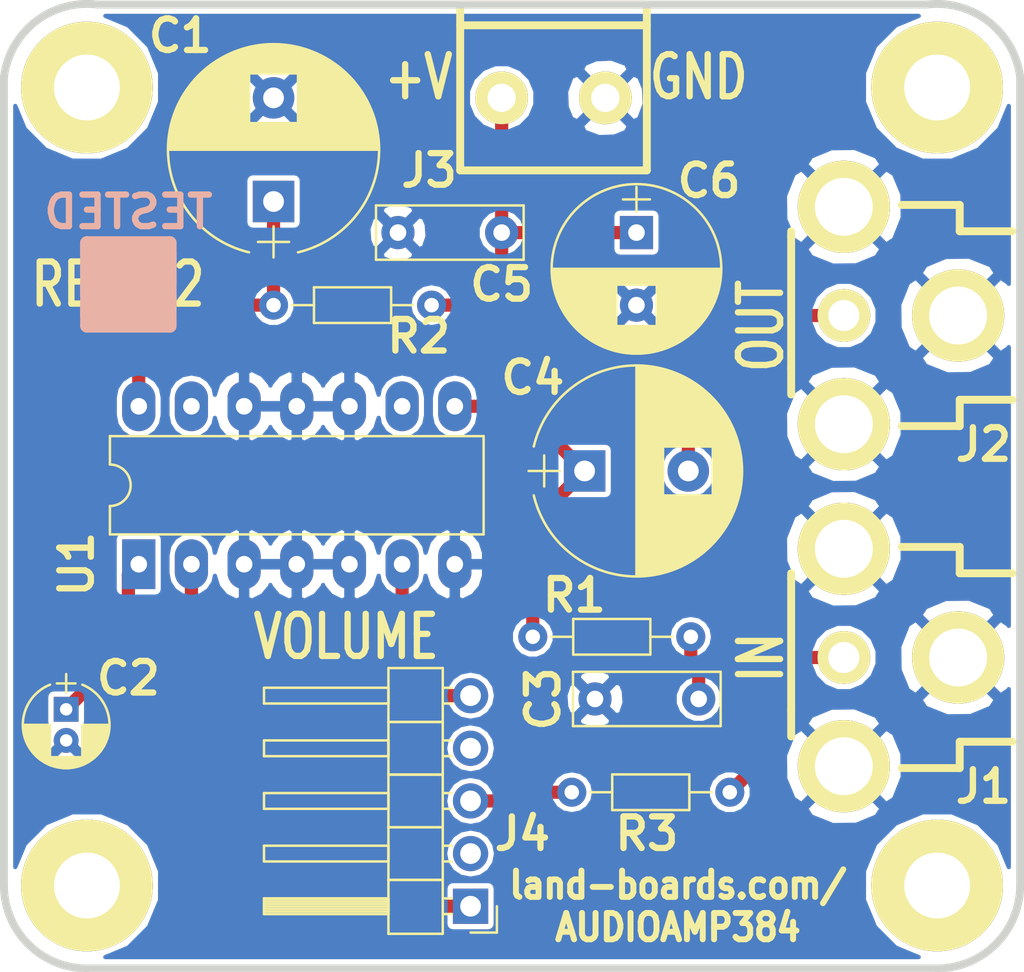
<source format=kicad_pcb>
(kicad_pcb (version 4) (host pcbnew "(after 2015-mar-04 BZR unknown)-product")

  (general
    (links 32)
    (no_connects 0)
    (area -6.203543 -2.858 51.103257 46.690501)
    (thickness 1.6002)
    (drawings 15)
    (tracks 36)
    (zones 0)
    (modules 19)
    (nets 12)
  )

  (page A4)
  (title_block
    (date "9 aug 2012")
  )

  (layers
    (0 Front signal)
    (31 Back signal)
    (36 B.SilkS user)
    (37 F.SilkS user)
    (38 B.Mask user)
    (39 F.Mask user)
    (40 Dwgs.User user)
    (42 Eco1.User user)
    (44 Edge.Cuts user)
  )

  (setup
    (last_trace_width 0.635)
    (user_trace_width 0.635)
    (trace_clearance 0.254)
    (zone_clearance 0.254)
    (zone_45_only no)
    (trace_min 0.2032)
    (segment_width 0.381)
    (edge_width 0.381)
    (via_size 0.889)
    (via_drill 0.635)
    (via_min_size 0.889)
    (via_min_drill 0.508)
    (uvia_size 0.508)
    (uvia_drill 0.127)
    (uvias_allowed no)
    (uvia_min_size 0.508)
    (uvia_min_drill 0.127)
    (pcb_text_width 0.3048)
    (pcb_text_size 1.524 2.032)
    (mod_edge_width 0.381)
    (mod_text_size 1.524 1.524)
    (mod_text_width 0.3048)
    (pad_size 1.524 1.524)
    (pad_drill 0.8128)
    (pad_to_mask_clearance 0.254)
    (aux_axis_origin 0 0)
    (visible_elements 7FFFFF7F)
    (pcbplotparams
      (layerselection 0x010f0_80000001)
      (usegerberextensions true)
      (excludeedgelayer true)
      (linewidth 0.150000)
      (plotframeref false)
      (viasonmask false)
      (mode 1)
      (useauxorigin false)
      (hpglpennumber 1)
      (hpglpenspeed 20)
      (hpglpendiameter 15)
      (hpglpenoverlay 0)
      (psnegative false)
      (psa4output false)
      (plotreference true)
      (plotvalue true)
      (plotinvisibletext false)
      (padsonsilk false)
      (subtractmaskfromsilk false)
      (outputformat 1)
      (mirror false)
      (drillshape 0)
      (scaleselection 1)
      (outputdirectory PLOTS/))
  )

  (net 0 "")
  (net 1 /AN-M)
  (net 2 /BYP)
  (net 3 /IN)
  (net 4 /OUT)
  (net 5 /VO)
  (net 6 "Net-(C1-Pad1)")
  (net 7 GND)
  (net 8 "Net-(C3-Pad1)")
  (net 9 /+12V)
  (net 10 "Net-(J4-Pad1)")
  (net 11 "Net-(J4-Pad3)")

  (net_class Default "This is the default net class."
    (clearance 0.254)
    (trace_width 0.2032)
    (via_dia 0.889)
    (via_drill 0.635)
    (uvia_dia 0.508)
    (uvia_drill 0.127)
    (add_net /+12V)
    (add_net /AN-M)
    (add_net /BYP)
    (add_net /IN)
    (add_net /OUT)
    (add_net /VO)
    (add_net GND)
    (add_net "Net-(C1-Pad1)")
    (add_net "Net-(C3-Pad1)")
    (add_net "Net-(J4-Pad1)")
    (add_net "Net-(J4-Pad3)")
  )

  (module Capacitors_ThroughHole:CP_Radial_D10.0mm_P5.00mm (layer Front) (tedit 58F8C2C0) (tstamp 58F8C368)
    (at 13 9.5 90)
    (descr "CP, Radial series, Radial, pin pitch=5.00mm, , diameter=10mm, Electrolytic Capacitor")
    (tags "CP Radial series Radial pin pitch 5.00mm  diameter 10mm Electrolytic Capacitor")
    (path /58F91E6D)
    (fp_text reference C1 (at 8 -4.5 180) (layer F.SilkS)
      (effects (font (thickness 0.3048)))
    )
    (fp_text value 470uF (at 2.5 6.06 90) (layer F.SilkS) hide
      (effects (font (size 1 1) (thickness 0.15)))
    )
    (fp_arc (start 2.5 0) (end -2.451333 -1.18) (angle 153.2) (layer F.SilkS) (width 0.12))
    (fp_arc (start 2.5 0) (end -2.451333 1.18) (angle -153.2) (layer F.SilkS) (width 0.12))
    (fp_arc (start 2.5 0) (end 7.451333 -1.18) (angle 26.8) (layer F.SilkS) (width 0.12))
    (fp_circle (center 2.5 0) (end 7.5 0) (layer F.Fab) (width 0.1))
    (fp_line (start -2.7 0) (end -1.2 0) (layer F.Fab) (width 0.1))
    (fp_line (start -1.95 -0.75) (end -1.95 0.75) (layer F.Fab) (width 0.1))
    (fp_line (start 2.5 -5.05) (end 2.5 5.05) (layer F.SilkS) (width 0.12))
    (fp_line (start 2.54 -5.05) (end 2.54 5.05) (layer F.SilkS) (width 0.12))
    (fp_line (start 2.58 -5.05) (end 2.58 5.05) (layer F.SilkS) (width 0.12))
    (fp_line (start 2.62 -5.049) (end 2.62 5.049) (layer F.SilkS) (width 0.12))
    (fp_line (start 2.66 -5.048) (end 2.66 5.048) (layer F.SilkS) (width 0.12))
    (fp_line (start 2.7 -5.047) (end 2.7 5.047) (layer F.SilkS) (width 0.12))
    (fp_line (start 2.74 -5.045) (end 2.74 5.045) (layer F.SilkS) (width 0.12))
    (fp_line (start 2.78 -5.043) (end 2.78 5.043) (layer F.SilkS) (width 0.12))
    (fp_line (start 2.82 -5.04) (end 2.82 5.04) (layer F.SilkS) (width 0.12))
    (fp_line (start 2.86 -5.038) (end 2.86 5.038) (layer F.SilkS) (width 0.12))
    (fp_line (start 2.9 -5.035) (end 2.9 5.035) (layer F.SilkS) (width 0.12))
    (fp_line (start 2.94 -5.031) (end 2.94 5.031) (layer F.SilkS) (width 0.12))
    (fp_line (start 2.98 -5.028) (end 2.98 5.028) (layer F.SilkS) (width 0.12))
    (fp_line (start 3.02 -5.024) (end 3.02 5.024) (layer F.SilkS) (width 0.12))
    (fp_line (start 3.06 -5.02) (end 3.06 5.02) (layer F.SilkS) (width 0.12))
    (fp_line (start 3.1 -5.015) (end 3.1 5.015) (layer F.SilkS) (width 0.12))
    (fp_line (start 3.14 -5.01) (end 3.14 5.01) (layer F.SilkS) (width 0.12))
    (fp_line (start 3.18 -5.005) (end 3.18 5.005) (layer F.SilkS) (width 0.12))
    (fp_line (start 3.221 -4.999) (end 3.221 4.999) (layer F.SilkS) (width 0.12))
    (fp_line (start 3.261 -4.993) (end 3.261 4.993) (layer F.SilkS) (width 0.12))
    (fp_line (start 3.301 -4.987) (end 3.301 4.987) (layer F.SilkS) (width 0.12))
    (fp_line (start 3.341 -4.981) (end 3.341 4.981) (layer F.SilkS) (width 0.12))
    (fp_line (start 3.381 -4.974) (end 3.381 4.974) (layer F.SilkS) (width 0.12))
    (fp_line (start 3.421 -4.967) (end 3.421 4.967) (layer F.SilkS) (width 0.12))
    (fp_line (start 3.461 -4.959) (end 3.461 4.959) (layer F.SilkS) (width 0.12))
    (fp_line (start 3.501 -4.951) (end 3.501 4.951) (layer F.SilkS) (width 0.12))
    (fp_line (start 3.541 -4.943) (end 3.541 4.943) (layer F.SilkS) (width 0.12))
    (fp_line (start 3.581 -4.935) (end 3.581 4.935) (layer F.SilkS) (width 0.12))
    (fp_line (start 3.621 -4.926) (end 3.621 4.926) (layer F.SilkS) (width 0.12))
    (fp_line (start 3.661 -4.917) (end 3.661 4.917) (layer F.SilkS) (width 0.12))
    (fp_line (start 3.701 -4.907) (end 3.701 4.907) (layer F.SilkS) (width 0.12))
    (fp_line (start 3.741 -4.897) (end 3.741 4.897) (layer F.SilkS) (width 0.12))
    (fp_line (start 3.781 -4.887) (end 3.781 4.887) (layer F.SilkS) (width 0.12))
    (fp_line (start 3.821 -4.876) (end 3.821 -1.181) (layer F.SilkS) (width 0.12))
    (fp_line (start 3.821 1.181) (end 3.821 4.876) (layer F.SilkS) (width 0.12))
    (fp_line (start 3.861 -4.865) (end 3.861 -1.181) (layer F.SilkS) (width 0.12))
    (fp_line (start 3.861 1.181) (end 3.861 4.865) (layer F.SilkS) (width 0.12))
    (fp_line (start 3.901 -4.854) (end 3.901 -1.181) (layer F.SilkS) (width 0.12))
    (fp_line (start 3.901 1.181) (end 3.901 4.854) (layer F.SilkS) (width 0.12))
    (fp_line (start 3.941 -4.843) (end 3.941 -1.181) (layer F.SilkS) (width 0.12))
    (fp_line (start 3.941 1.181) (end 3.941 4.843) (layer F.SilkS) (width 0.12))
    (fp_line (start 3.981 -4.831) (end 3.981 -1.181) (layer F.SilkS) (width 0.12))
    (fp_line (start 3.981 1.181) (end 3.981 4.831) (layer F.SilkS) (width 0.12))
    (fp_line (start 4.021 -4.818) (end 4.021 -1.181) (layer F.SilkS) (width 0.12))
    (fp_line (start 4.021 1.181) (end 4.021 4.818) (layer F.SilkS) (width 0.12))
    (fp_line (start 4.061 -4.806) (end 4.061 -1.181) (layer F.SilkS) (width 0.12))
    (fp_line (start 4.061 1.181) (end 4.061 4.806) (layer F.SilkS) (width 0.12))
    (fp_line (start 4.101 -4.792) (end 4.101 -1.181) (layer F.SilkS) (width 0.12))
    (fp_line (start 4.101 1.181) (end 4.101 4.792) (layer F.SilkS) (width 0.12))
    (fp_line (start 4.141 -4.779) (end 4.141 -1.181) (layer F.SilkS) (width 0.12))
    (fp_line (start 4.141 1.181) (end 4.141 4.779) (layer F.SilkS) (width 0.12))
    (fp_line (start 4.181 -4.765) (end 4.181 -1.181) (layer F.SilkS) (width 0.12))
    (fp_line (start 4.181 1.181) (end 4.181 4.765) (layer F.SilkS) (width 0.12))
    (fp_line (start 4.221 -4.751) (end 4.221 -1.181) (layer F.SilkS) (width 0.12))
    (fp_line (start 4.221 1.181) (end 4.221 4.751) (layer F.SilkS) (width 0.12))
    (fp_line (start 4.261 -4.737) (end 4.261 -1.181) (layer F.SilkS) (width 0.12))
    (fp_line (start 4.261 1.181) (end 4.261 4.737) (layer F.SilkS) (width 0.12))
    (fp_line (start 4.301 -4.722) (end 4.301 -1.181) (layer F.SilkS) (width 0.12))
    (fp_line (start 4.301 1.181) (end 4.301 4.722) (layer F.SilkS) (width 0.12))
    (fp_line (start 4.341 -4.706) (end 4.341 -1.181) (layer F.SilkS) (width 0.12))
    (fp_line (start 4.341 1.181) (end 4.341 4.706) (layer F.SilkS) (width 0.12))
    (fp_line (start 4.381 -4.691) (end 4.381 -1.181) (layer F.SilkS) (width 0.12))
    (fp_line (start 4.381 1.181) (end 4.381 4.691) (layer F.SilkS) (width 0.12))
    (fp_line (start 4.421 -4.674) (end 4.421 -1.181) (layer F.SilkS) (width 0.12))
    (fp_line (start 4.421 1.181) (end 4.421 4.674) (layer F.SilkS) (width 0.12))
    (fp_line (start 4.461 -4.658) (end 4.461 -1.181) (layer F.SilkS) (width 0.12))
    (fp_line (start 4.461 1.181) (end 4.461 4.658) (layer F.SilkS) (width 0.12))
    (fp_line (start 4.501 -4.641) (end 4.501 -1.181) (layer F.SilkS) (width 0.12))
    (fp_line (start 4.501 1.181) (end 4.501 4.641) (layer F.SilkS) (width 0.12))
    (fp_line (start 4.541 -4.624) (end 4.541 -1.181) (layer F.SilkS) (width 0.12))
    (fp_line (start 4.541 1.181) (end 4.541 4.624) (layer F.SilkS) (width 0.12))
    (fp_line (start 4.581 -4.606) (end 4.581 -1.181) (layer F.SilkS) (width 0.12))
    (fp_line (start 4.581 1.181) (end 4.581 4.606) (layer F.SilkS) (width 0.12))
    (fp_line (start 4.621 -4.588) (end 4.621 -1.181) (layer F.SilkS) (width 0.12))
    (fp_line (start 4.621 1.181) (end 4.621 4.588) (layer F.SilkS) (width 0.12))
    (fp_line (start 4.661 -4.569) (end 4.661 -1.181) (layer F.SilkS) (width 0.12))
    (fp_line (start 4.661 1.181) (end 4.661 4.569) (layer F.SilkS) (width 0.12))
    (fp_line (start 4.701 -4.55) (end 4.701 -1.181) (layer F.SilkS) (width 0.12))
    (fp_line (start 4.701 1.181) (end 4.701 4.55) (layer F.SilkS) (width 0.12))
    (fp_line (start 4.741 -4.531) (end 4.741 -1.181) (layer F.SilkS) (width 0.12))
    (fp_line (start 4.741 1.181) (end 4.741 4.531) (layer F.SilkS) (width 0.12))
    (fp_line (start 4.781 -4.511) (end 4.781 -1.181) (layer F.SilkS) (width 0.12))
    (fp_line (start 4.781 1.181) (end 4.781 4.511) (layer F.SilkS) (width 0.12))
    (fp_line (start 4.821 -4.491) (end 4.821 -1.181) (layer F.SilkS) (width 0.12))
    (fp_line (start 4.821 1.181) (end 4.821 4.491) (layer F.SilkS) (width 0.12))
    (fp_line (start 4.861 -4.47) (end 4.861 -1.181) (layer F.SilkS) (width 0.12))
    (fp_line (start 4.861 1.181) (end 4.861 4.47) (layer F.SilkS) (width 0.12))
    (fp_line (start 4.901 -4.449) (end 4.901 -1.181) (layer F.SilkS) (width 0.12))
    (fp_line (start 4.901 1.181) (end 4.901 4.449) (layer F.SilkS) (width 0.12))
    (fp_line (start 4.941 -4.428) (end 4.941 -1.181) (layer F.SilkS) (width 0.12))
    (fp_line (start 4.941 1.181) (end 4.941 4.428) (layer F.SilkS) (width 0.12))
    (fp_line (start 4.981 -4.405) (end 4.981 -1.181) (layer F.SilkS) (width 0.12))
    (fp_line (start 4.981 1.181) (end 4.981 4.405) (layer F.SilkS) (width 0.12))
    (fp_line (start 5.021 -4.383) (end 5.021 -1.181) (layer F.SilkS) (width 0.12))
    (fp_line (start 5.021 1.181) (end 5.021 4.383) (layer F.SilkS) (width 0.12))
    (fp_line (start 5.061 -4.36) (end 5.061 -1.181) (layer F.SilkS) (width 0.12))
    (fp_line (start 5.061 1.181) (end 5.061 4.36) (layer F.SilkS) (width 0.12))
    (fp_line (start 5.101 -4.336) (end 5.101 -1.181) (layer F.SilkS) (width 0.12))
    (fp_line (start 5.101 1.181) (end 5.101 4.336) (layer F.SilkS) (width 0.12))
    (fp_line (start 5.141 -4.312) (end 5.141 -1.181) (layer F.SilkS) (width 0.12))
    (fp_line (start 5.141 1.181) (end 5.141 4.312) (layer F.SilkS) (width 0.12))
    (fp_line (start 5.181 -4.288) (end 5.181 -1.181) (layer F.SilkS) (width 0.12))
    (fp_line (start 5.181 1.181) (end 5.181 4.288) (layer F.SilkS) (width 0.12))
    (fp_line (start 5.221 -4.263) (end 5.221 -1.181) (layer F.SilkS) (width 0.12))
    (fp_line (start 5.221 1.181) (end 5.221 4.263) (layer F.SilkS) (width 0.12))
    (fp_line (start 5.261 -4.237) (end 5.261 -1.181) (layer F.SilkS) (width 0.12))
    (fp_line (start 5.261 1.181) (end 5.261 4.237) (layer F.SilkS) (width 0.12))
    (fp_line (start 5.301 -4.211) (end 5.301 -1.181) (layer F.SilkS) (width 0.12))
    (fp_line (start 5.301 1.181) (end 5.301 4.211) (layer F.SilkS) (width 0.12))
    (fp_line (start 5.341 -4.185) (end 5.341 -1.181) (layer F.SilkS) (width 0.12))
    (fp_line (start 5.341 1.181) (end 5.341 4.185) (layer F.SilkS) (width 0.12))
    (fp_line (start 5.381 -4.157) (end 5.381 -1.181) (layer F.SilkS) (width 0.12))
    (fp_line (start 5.381 1.181) (end 5.381 4.157) (layer F.SilkS) (width 0.12))
    (fp_line (start 5.421 -4.13) (end 5.421 -1.181) (layer F.SilkS) (width 0.12))
    (fp_line (start 5.421 1.181) (end 5.421 4.13) (layer F.SilkS) (width 0.12))
    (fp_line (start 5.461 -4.101) (end 5.461 -1.181) (layer F.SilkS) (width 0.12))
    (fp_line (start 5.461 1.181) (end 5.461 4.101) (layer F.SilkS) (width 0.12))
    (fp_line (start 5.501 -4.072) (end 5.501 -1.181) (layer F.SilkS) (width 0.12))
    (fp_line (start 5.501 1.181) (end 5.501 4.072) (layer F.SilkS) (width 0.12))
    (fp_line (start 5.541 -4.043) (end 5.541 -1.181) (layer F.SilkS) (width 0.12))
    (fp_line (start 5.541 1.181) (end 5.541 4.043) (layer F.SilkS) (width 0.12))
    (fp_line (start 5.581 -4.013) (end 5.581 -1.181) (layer F.SilkS) (width 0.12))
    (fp_line (start 5.581 1.181) (end 5.581 4.013) (layer F.SilkS) (width 0.12))
    (fp_line (start 5.621 -3.982) (end 5.621 -1.181) (layer F.SilkS) (width 0.12))
    (fp_line (start 5.621 1.181) (end 5.621 3.982) (layer F.SilkS) (width 0.12))
    (fp_line (start 5.661 -3.951) (end 5.661 -1.181) (layer F.SilkS) (width 0.12))
    (fp_line (start 5.661 1.181) (end 5.661 3.951) (layer F.SilkS) (width 0.12))
    (fp_line (start 5.701 -3.919) (end 5.701 -1.181) (layer F.SilkS) (width 0.12))
    (fp_line (start 5.701 1.181) (end 5.701 3.919) (layer F.SilkS) (width 0.12))
    (fp_line (start 5.741 -3.886) (end 5.741 -1.181) (layer F.SilkS) (width 0.12))
    (fp_line (start 5.741 1.181) (end 5.741 3.886) (layer F.SilkS) (width 0.12))
    (fp_line (start 5.781 -3.853) (end 5.781 -1.181) (layer F.SilkS) (width 0.12))
    (fp_line (start 5.781 1.181) (end 5.781 3.853) (layer F.SilkS) (width 0.12))
    (fp_line (start 5.821 -3.819) (end 5.821 -1.181) (layer F.SilkS) (width 0.12))
    (fp_line (start 5.821 1.181) (end 5.821 3.819) (layer F.SilkS) (width 0.12))
    (fp_line (start 5.861 -3.784) (end 5.861 -1.181) (layer F.SilkS) (width 0.12))
    (fp_line (start 5.861 1.181) (end 5.861 3.784) (layer F.SilkS) (width 0.12))
    (fp_line (start 5.901 -3.748) (end 5.901 -1.181) (layer F.SilkS) (width 0.12))
    (fp_line (start 5.901 1.181) (end 5.901 3.748) (layer F.SilkS) (width 0.12))
    (fp_line (start 5.941 -3.712) (end 5.941 -1.181) (layer F.SilkS) (width 0.12))
    (fp_line (start 5.941 1.181) (end 5.941 3.712) (layer F.SilkS) (width 0.12))
    (fp_line (start 5.981 -3.675) (end 5.981 -1.181) (layer F.SilkS) (width 0.12))
    (fp_line (start 5.981 1.181) (end 5.981 3.675) (layer F.SilkS) (width 0.12))
    (fp_line (start 6.021 -3.637) (end 6.021 -1.181) (layer F.SilkS) (width 0.12))
    (fp_line (start 6.021 1.181) (end 6.021 3.637) (layer F.SilkS) (width 0.12))
    (fp_line (start 6.061 -3.598) (end 6.061 -1.181) (layer F.SilkS) (width 0.12))
    (fp_line (start 6.061 1.181) (end 6.061 3.598) (layer F.SilkS) (width 0.12))
    (fp_line (start 6.101 -3.559) (end 6.101 -1.181) (layer F.SilkS) (width 0.12))
    (fp_line (start 6.101 1.181) (end 6.101 3.559) (layer F.SilkS) (width 0.12))
    (fp_line (start 6.141 -3.518) (end 6.141 -1.181) (layer F.SilkS) (width 0.12))
    (fp_line (start 6.141 1.181) (end 6.141 3.518) (layer F.SilkS) (width 0.12))
    (fp_line (start 6.181 -3.477) (end 6.181 3.477) (layer F.SilkS) (width 0.12))
    (fp_line (start 6.221 -3.435) (end 6.221 3.435) (layer F.SilkS) (width 0.12))
    (fp_line (start 6.261 -3.391) (end 6.261 3.391) (layer F.SilkS) (width 0.12))
    (fp_line (start 6.301 -3.347) (end 6.301 3.347) (layer F.SilkS) (width 0.12))
    (fp_line (start 6.341 -3.302) (end 6.341 3.302) (layer F.SilkS) (width 0.12))
    (fp_line (start 6.381 -3.255) (end 6.381 3.255) (layer F.SilkS) (width 0.12))
    (fp_line (start 6.421 -3.207) (end 6.421 3.207) (layer F.SilkS) (width 0.12))
    (fp_line (start 6.461 -3.158) (end 6.461 3.158) (layer F.SilkS) (width 0.12))
    (fp_line (start 6.501 -3.108) (end 6.501 3.108) (layer F.SilkS) (width 0.12))
    (fp_line (start 6.541 -3.057) (end 6.541 3.057) (layer F.SilkS) (width 0.12))
    (fp_line (start 6.581 -3.004) (end 6.581 3.004) (layer F.SilkS) (width 0.12))
    (fp_line (start 6.621 -2.949) (end 6.621 2.949) (layer F.SilkS) (width 0.12))
    (fp_line (start 6.661 -2.894) (end 6.661 2.894) (layer F.SilkS) (width 0.12))
    (fp_line (start 6.701 -2.836) (end 6.701 2.836) (layer F.SilkS) (width 0.12))
    (fp_line (start 6.741 -2.777) (end 6.741 2.777) (layer F.SilkS) (width 0.12))
    (fp_line (start 6.781 -2.715) (end 6.781 2.715) (layer F.SilkS) (width 0.12))
    (fp_line (start 6.821 -2.652) (end 6.821 2.652) (layer F.SilkS) (width 0.12))
    (fp_line (start 6.861 -2.587) (end 6.861 2.587) (layer F.SilkS) (width 0.12))
    (fp_line (start 6.901 -2.519) (end 6.901 2.519) (layer F.SilkS) (width 0.12))
    (fp_line (start 6.941 -2.449) (end 6.941 2.449) (layer F.SilkS) (width 0.12))
    (fp_line (start 6.981 -2.377) (end 6.981 2.377) (layer F.SilkS) (width 0.12))
    (fp_line (start 7.021 -2.301) (end 7.021 2.301) (layer F.SilkS) (width 0.12))
    (fp_line (start 7.061 -2.222) (end 7.061 2.222) (layer F.SilkS) (width 0.12))
    (fp_line (start 7.101 -2.14) (end 7.101 2.14) (layer F.SilkS) (width 0.12))
    (fp_line (start 7.141 -2.053) (end 7.141 2.053) (layer F.SilkS) (width 0.12))
    (fp_line (start 7.181 -1.962) (end 7.181 1.962) (layer F.SilkS) (width 0.12))
    (fp_line (start 7.221 -1.866) (end 7.221 1.866) (layer F.SilkS) (width 0.12))
    (fp_line (start 7.261 -1.763) (end 7.261 1.763) (layer F.SilkS) (width 0.12))
    (fp_line (start 7.301 -1.654) (end 7.301 1.654) (layer F.SilkS) (width 0.12))
    (fp_line (start 7.341 -1.536) (end 7.341 1.536) (layer F.SilkS) (width 0.12))
    (fp_line (start 7.381 -1.407) (end 7.381 1.407) (layer F.SilkS) (width 0.12))
    (fp_line (start 7.421 -1.265) (end 7.421 1.265) (layer F.SilkS) (width 0.12))
    (fp_line (start 7.461 -1.104) (end 7.461 1.104) (layer F.SilkS) (width 0.12))
    (fp_line (start 7.501 -0.913) (end 7.501 0.913) (layer F.SilkS) (width 0.12))
    (fp_line (start 7.541 -0.672) (end 7.541 0.672) (layer F.SilkS) (width 0.12))
    (fp_line (start 7.581 -0.279) (end 7.581 0.279) (layer F.SilkS) (width 0.12))
    (fp_line (start -2.7 0) (end -1.2 0) (layer F.SilkS) (width 0.12))
    (fp_line (start -1.95 -0.75) (end -1.95 0.75) (layer F.SilkS) (width 0.12))
    (fp_line (start -2.85 -5.35) (end -2.85 5.35) (layer F.CrtYd) (width 0.05))
    (fp_line (start -2.85 5.35) (end 7.85 5.35) (layer F.CrtYd) (width 0.05))
    (fp_line (start 7.85 5.35) (end 7.85 -5.35) (layer F.CrtYd) (width 0.05))
    (fp_line (start 7.85 -5.35) (end -2.85 -5.35) (layer F.CrtYd) (width 0.05))
    (pad 1 thru_hole rect (at 0 0 90) (size 2 2) (drill 1) (layers *.Cu *.Mask)
      (net 6 "Net-(C1-Pad1)"))
    (pad 2 thru_hole circle (at 5 0 90) (size 2 2) (drill 1) (layers *.Cu *.Mask)
      (net 7 GND))
    (model Capacitors_THT.3dshapes/CP_Radial_D10.0mm_P5.00mm.wrl
      (at (xyz 0 0 0))
      (scale (xyz 0.393701 0.393701 0.393701))
      (rotate (xyz 0 0 0))
    )
  )

  (module Capacitors_ThroughHole:CP_Radial_D4.0mm_P1.50mm (layer Front) (tedit 58F8D4D6) (tstamp 58F8C434)
    (at 3 34 270)
    (descr "CP, Radial series, Radial, pin pitch=1.50mm, , diameter=4mm, Electrolytic Capacitor")
    (tags "CP Radial series Radial pin pitch 1.50mm  diameter 4mm Electrolytic Capacitor")
    (path /511D2594)
    (fp_text reference C2 (at -1.5 -3 360) (layer F.SilkS)
      (effects (font (thickness 0.3048)))
    )
    (fp_text value 4.7uF (at 0.75 3.06 270) (layer F.SilkS) hide
      (effects (font (size 1 1) (thickness 0.15)))
    )
    (fp_arc (start 0.75 0) (end -1.188995 -0.78) (angle 136.2) (layer F.SilkS) (width 0.12))
    (fp_arc (start 0.75 0) (end -1.188995 0.78) (angle -136.2) (layer F.SilkS) (width 0.12))
    (fp_arc (start 0.75 0) (end 2.688995 -0.78) (angle 43.8) (layer F.SilkS) (width 0.12))
    (fp_circle (center 0.75 0) (end 2.75 0) (layer F.Fab) (width 0.1))
    (fp_line (start -1.7 0) (end -0.8 0) (layer F.Fab) (width 0.1))
    (fp_line (start -1.25 -0.45) (end -1.25 0.45) (layer F.Fab) (width 0.1))
    (fp_line (start 0.75 0.78) (end 0.75 2.05) (layer F.SilkS) (width 0.12))
    (fp_line (start 0.75 -2.05) (end 0.75 -0.78) (layer F.SilkS) (width 0.12))
    (fp_line (start 0.79 -2.05) (end 0.79 -0.78) (layer F.SilkS) (width 0.12))
    (fp_line (start 0.79 0.78) (end 0.79 2.05) (layer F.SilkS) (width 0.12))
    (fp_line (start 0.83 -2.049) (end 0.83 -0.78) (layer F.SilkS) (width 0.12))
    (fp_line (start 0.83 0.78) (end 0.83 2.049) (layer F.SilkS) (width 0.12))
    (fp_line (start 0.87 -2.047) (end 0.87 -0.78) (layer F.SilkS) (width 0.12))
    (fp_line (start 0.87 0.78) (end 0.87 2.047) (layer F.SilkS) (width 0.12))
    (fp_line (start 0.91 -2.044) (end 0.91 -0.78) (layer F.SilkS) (width 0.12))
    (fp_line (start 0.91 0.78) (end 0.91 2.044) (layer F.SilkS) (width 0.12))
    (fp_line (start 0.95 -2.041) (end 0.95 -0.78) (layer F.SilkS) (width 0.12))
    (fp_line (start 0.95 0.78) (end 0.95 2.041) (layer F.SilkS) (width 0.12))
    (fp_line (start 0.99 -2.037) (end 0.99 -0.78) (layer F.SilkS) (width 0.12))
    (fp_line (start 0.99 0.78) (end 0.99 2.037) (layer F.SilkS) (width 0.12))
    (fp_line (start 1.03 -2.032) (end 1.03 -0.78) (layer F.SilkS) (width 0.12))
    (fp_line (start 1.03 0.78) (end 1.03 2.032) (layer F.SilkS) (width 0.12))
    (fp_line (start 1.07 -2.026) (end 1.07 -0.78) (layer F.SilkS) (width 0.12))
    (fp_line (start 1.07 0.78) (end 1.07 2.026) (layer F.SilkS) (width 0.12))
    (fp_line (start 1.11 -2.019) (end 1.11 -0.78) (layer F.SilkS) (width 0.12))
    (fp_line (start 1.11 0.78) (end 1.11 2.019) (layer F.SilkS) (width 0.12))
    (fp_line (start 1.15 -2.012) (end 1.15 -0.78) (layer F.SilkS) (width 0.12))
    (fp_line (start 1.15 0.78) (end 1.15 2.012) (layer F.SilkS) (width 0.12))
    (fp_line (start 1.19 -2.004) (end 1.19 -0.78) (layer F.SilkS) (width 0.12))
    (fp_line (start 1.19 0.78) (end 1.19 2.004) (layer F.SilkS) (width 0.12))
    (fp_line (start 1.23 -1.995) (end 1.23 -0.78) (layer F.SilkS) (width 0.12))
    (fp_line (start 1.23 0.78) (end 1.23 1.995) (layer F.SilkS) (width 0.12))
    (fp_line (start 1.27 -1.985) (end 1.27 -0.78) (layer F.SilkS) (width 0.12))
    (fp_line (start 1.27 0.78) (end 1.27 1.985) (layer F.SilkS) (width 0.12))
    (fp_line (start 1.31 -1.974) (end 1.31 -0.78) (layer F.SilkS) (width 0.12))
    (fp_line (start 1.31 0.78) (end 1.31 1.974) (layer F.SilkS) (width 0.12))
    (fp_line (start 1.35 -1.963) (end 1.35 -0.78) (layer F.SilkS) (width 0.12))
    (fp_line (start 1.35 0.78) (end 1.35 1.963) (layer F.SilkS) (width 0.12))
    (fp_line (start 1.39 -1.95) (end 1.39 -0.78) (layer F.SilkS) (width 0.12))
    (fp_line (start 1.39 0.78) (end 1.39 1.95) (layer F.SilkS) (width 0.12))
    (fp_line (start 1.43 -1.937) (end 1.43 -0.78) (layer F.SilkS) (width 0.12))
    (fp_line (start 1.43 0.78) (end 1.43 1.937) (layer F.SilkS) (width 0.12))
    (fp_line (start 1.471 -1.923) (end 1.471 -0.78) (layer F.SilkS) (width 0.12))
    (fp_line (start 1.471 0.78) (end 1.471 1.923) (layer F.SilkS) (width 0.12))
    (fp_line (start 1.511 -1.907) (end 1.511 -0.78) (layer F.SilkS) (width 0.12))
    (fp_line (start 1.511 0.78) (end 1.511 1.907) (layer F.SilkS) (width 0.12))
    (fp_line (start 1.551 -1.891) (end 1.551 -0.78) (layer F.SilkS) (width 0.12))
    (fp_line (start 1.551 0.78) (end 1.551 1.891) (layer F.SilkS) (width 0.12))
    (fp_line (start 1.591 -1.874) (end 1.591 -0.78) (layer F.SilkS) (width 0.12))
    (fp_line (start 1.591 0.78) (end 1.591 1.874) (layer F.SilkS) (width 0.12))
    (fp_line (start 1.631 -1.856) (end 1.631 -0.78) (layer F.SilkS) (width 0.12))
    (fp_line (start 1.631 0.78) (end 1.631 1.856) (layer F.SilkS) (width 0.12))
    (fp_line (start 1.671 -1.837) (end 1.671 -0.78) (layer F.SilkS) (width 0.12))
    (fp_line (start 1.671 0.78) (end 1.671 1.837) (layer F.SilkS) (width 0.12))
    (fp_line (start 1.711 -1.817) (end 1.711 -0.78) (layer F.SilkS) (width 0.12))
    (fp_line (start 1.711 0.78) (end 1.711 1.817) (layer F.SilkS) (width 0.12))
    (fp_line (start 1.751 -1.796) (end 1.751 -0.78) (layer F.SilkS) (width 0.12))
    (fp_line (start 1.751 0.78) (end 1.751 1.796) (layer F.SilkS) (width 0.12))
    (fp_line (start 1.791 -1.773) (end 1.791 -0.78) (layer F.SilkS) (width 0.12))
    (fp_line (start 1.791 0.78) (end 1.791 1.773) (layer F.SilkS) (width 0.12))
    (fp_line (start 1.831 -1.75) (end 1.831 -0.78) (layer F.SilkS) (width 0.12))
    (fp_line (start 1.831 0.78) (end 1.831 1.75) (layer F.SilkS) (width 0.12))
    (fp_line (start 1.871 -1.725) (end 1.871 -0.78) (layer F.SilkS) (width 0.12))
    (fp_line (start 1.871 0.78) (end 1.871 1.725) (layer F.SilkS) (width 0.12))
    (fp_line (start 1.911 -1.699) (end 1.911 -0.78) (layer F.SilkS) (width 0.12))
    (fp_line (start 1.911 0.78) (end 1.911 1.699) (layer F.SilkS) (width 0.12))
    (fp_line (start 1.951 -1.672) (end 1.951 -0.78) (layer F.SilkS) (width 0.12))
    (fp_line (start 1.951 0.78) (end 1.951 1.672) (layer F.SilkS) (width 0.12))
    (fp_line (start 1.991 -1.643) (end 1.991 -0.78) (layer F.SilkS) (width 0.12))
    (fp_line (start 1.991 0.78) (end 1.991 1.643) (layer F.SilkS) (width 0.12))
    (fp_line (start 2.031 -1.613) (end 2.031 -0.78) (layer F.SilkS) (width 0.12))
    (fp_line (start 2.031 0.78) (end 2.031 1.613) (layer F.SilkS) (width 0.12))
    (fp_line (start 2.071 -1.581) (end 2.071 -0.78) (layer F.SilkS) (width 0.12))
    (fp_line (start 2.071 0.78) (end 2.071 1.581) (layer F.SilkS) (width 0.12))
    (fp_line (start 2.111 -1.547) (end 2.111 -0.78) (layer F.SilkS) (width 0.12))
    (fp_line (start 2.111 0.78) (end 2.111 1.547) (layer F.SilkS) (width 0.12))
    (fp_line (start 2.151 -1.512) (end 2.151 -0.78) (layer F.SilkS) (width 0.12))
    (fp_line (start 2.151 0.78) (end 2.151 1.512) (layer F.SilkS) (width 0.12))
    (fp_line (start 2.191 -1.475) (end 2.191 -0.78) (layer F.SilkS) (width 0.12))
    (fp_line (start 2.191 0.78) (end 2.191 1.475) (layer F.SilkS) (width 0.12))
    (fp_line (start 2.231 -1.436) (end 2.231 -0.78) (layer F.SilkS) (width 0.12))
    (fp_line (start 2.231 0.78) (end 2.231 1.436) (layer F.SilkS) (width 0.12))
    (fp_line (start 2.271 -1.395) (end 2.271 -0.78) (layer F.SilkS) (width 0.12))
    (fp_line (start 2.271 0.78) (end 2.271 1.395) (layer F.SilkS) (width 0.12))
    (fp_line (start 2.311 -1.351) (end 2.311 1.351) (layer F.SilkS) (width 0.12))
    (fp_line (start 2.351 -1.305) (end 2.351 1.305) (layer F.SilkS) (width 0.12))
    (fp_line (start 2.391 -1.256) (end 2.391 1.256) (layer F.SilkS) (width 0.12))
    (fp_line (start 2.431 -1.204) (end 2.431 1.204) (layer F.SilkS) (width 0.12))
    (fp_line (start 2.471 -1.148) (end 2.471 1.148) (layer F.SilkS) (width 0.12))
    (fp_line (start 2.511 -1.088) (end 2.511 1.088) (layer F.SilkS) (width 0.12))
    (fp_line (start 2.551 -1.023) (end 2.551 1.023) (layer F.SilkS) (width 0.12))
    (fp_line (start 2.591 -0.952) (end 2.591 0.952) (layer F.SilkS) (width 0.12))
    (fp_line (start 2.631 -0.874) (end 2.631 0.874) (layer F.SilkS) (width 0.12))
    (fp_line (start 2.671 -0.786) (end 2.671 0.786) (layer F.SilkS) (width 0.12))
    (fp_line (start 2.711 -0.686) (end 2.711 0.686) (layer F.SilkS) (width 0.12))
    (fp_line (start 2.751 -0.567) (end 2.751 0.567) (layer F.SilkS) (width 0.12))
    (fp_line (start 2.791 -0.415) (end 2.791 0.415) (layer F.SilkS) (width 0.12))
    (fp_line (start 2.831 -0.165) (end 2.831 0.165) (layer F.SilkS) (width 0.12))
    (fp_line (start -1.7 0) (end -0.8 0) (layer F.SilkS) (width 0.12))
    (fp_line (start -1.25 -0.45) (end -1.25 0.45) (layer F.SilkS) (width 0.12))
    (fp_line (start -1.6 -2.35) (end -1.6 2.35) (layer F.CrtYd) (width 0.05))
    (fp_line (start -1.6 2.35) (end 3.1 2.35) (layer F.CrtYd) (width 0.05))
    (fp_line (start 3.1 2.35) (end 3.1 -2.35) (layer F.CrtYd) (width 0.05))
    (fp_line (start 3.1 -2.35) (end -1.6 -2.35) (layer F.CrtYd) (width 0.05))
    (pad 1 thru_hole rect (at 0 0 270) (size 1.2 1.2) (drill 0.6) (layers *.Cu *.Mask)
      (net 2 /BYP))
    (pad 2 thru_hole circle (at 1.5 0 270) (size 1.2 1.2) (drill 0.6) (layers *.Cu *.Mask)
      (net 7 GND))
    (model Capacitors_THT.3dshapes/CP_Radial_D4.0mm_P1.50mm.wrl
      (at (xyz 0 0 0))
      (scale (xyz 0.393701 0.393701 0.393701))
      (rotate (xyz 0 0 0))
    )
  )

  (module Capacitors_ThroughHole:C_Rect_L7.0mm_W2.5mm_P5.00mm (layer Front) (tedit 58F8C4BF) (tstamp 58F8C4A1)
    (at 33.5 33.5 180)
    (descr "C, Rect series, Radial, pin pitch=5.00mm, , length*width=7*2.5mm^2, Capacitor")
    (tags "C Rect series Radial pin pitch 5.00mm  length 7mm width 2.5mm Capacitor")
    (path /502310F7)
    (fp_text reference C3 (at 7.5 0 270) (layer F.SilkS)
      (effects (font (thickness 0.3048)))
    )
    (fp_text value C1 (at 2.5 2.31 180) (layer F.SilkS) hide
      (effects (font (size 1 1) (thickness 0.15)))
    )
    (fp_line (start -1 -1.25) (end -1 1.25) (layer F.Fab) (width 0.1))
    (fp_line (start -1 1.25) (end 6 1.25) (layer F.Fab) (width 0.1))
    (fp_line (start 6 1.25) (end 6 -1.25) (layer F.Fab) (width 0.1))
    (fp_line (start 6 -1.25) (end -1 -1.25) (layer F.Fab) (width 0.1))
    (fp_line (start -1.06 -1.31) (end 6.06 -1.31) (layer F.SilkS) (width 0.12))
    (fp_line (start -1.06 1.31) (end 6.06 1.31) (layer F.SilkS) (width 0.12))
    (fp_line (start -1.06 -1.31) (end -1.06 1.31) (layer F.SilkS) (width 0.12))
    (fp_line (start 6.06 -1.31) (end 6.06 1.31) (layer F.SilkS) (width 0.12))
    (fp_line (start -1.35 -1.6) (end -1.35 1.6) (layer F.CrtYd) (width 0.05))
    (fp_line (start -1.35 1.6) (end 6.35 1.6) (layer F.CrtYd) (width 0.05))
    (fp_line (start 6.35 1.6) (end 6.35 -1.6) (layer F.CrtYd) (width 0.05))
    (fp_line (start 6.35 -1.6) (end -1.35 -1.6) (layer F.CrtYd) (width 0.05))
    (pad 1 thru_hole circle (at 0 0 180) (size 1.6 1.6) (drill 0.8) (layers *.Cu *.Mask)
      (net 8 "Net-(C3-Pad1)"))
    (pad 2 thru_hole circle (at 5 0 180) (size 1.6 1.6) (drill 0.8) (layers *.Cu *.Mask)
      (net 7 GND))
    (model Capacitors_THT.3dshapes/C_Rect_L7.0mm_W2.5mm_P5.00mm.wrl
      (at (xyz 0 0 0))
      (scale (xyz 0.393701 0.393701 0.393701))
      (rotate (xyz 0 0 0))
    )
  )

  (module Capacitors_ThroughHole:CP_Radial_D10.0mm_P5.00mm (layer Front) (tedit 58F8C4B6) (tstamp 58F8C4B2)
    (at 28 22.5)
    (descr "CP, Radial series, Radial, pin pitch=5.00mm, , diameter=10mm, Electrolytic Capacitor")
    (tags "CP Radial series Radial pin pitch 5.00mm  diameter 10mm Electrolytic Capacitor")
    (path /511D254E)
    (fp_text reference C4 (at -2.5 -4.5) (layer F.SilkS)
      (effects (font (thickness 0.3048)))
    )
    (fp_text value 470uF (at 2.5 6.06) (layer F.SilkS) hide
      (effects (font (size 1 1) (thickness 0.15)))
    )
    (fp_arc (start 2.5 0) (end -2.451333 -1.18) (angle 153.2) (layer F.SilkS) (width 0.12))
    (fp_arc (start 2.5 0) (end -2.451333 1.18) (angle -153.2) (layer F.SilkS) (width 0.12))
    (fp_arc (start 2.5 0) (end 7.451333 -1.18) (angle 26.8) (layer F.SilkS) (width 0.12))
    (fp_circle (center 2.5 0) (end 7.5 0) (layer F.Fab) (width 0.1))
    (fp_line (start -2.7 0) (end -1.2 0) (layer F.Fab) (width 0.1))
    (fp_line (start -1.95 -0.75) (end -1.95 0.75) (layer F.Fab) (width 0.1))
    (fp_line (start 2.5 -5.05) (end 2.5 5.05) (layer F.SilkS) (width 0.12))
    (fp_line (start 2.54 -5.05) (end 2.54 5.05) (layer F.SilkS) (width 0.12))
    (fp_line (start 2.58 -5.05) (end 2.58 5.05) (layer F.SilkS) (width 0.12))
    (fp_line (start 2.62 -5.049) (end 2.62 5.049) (layer F.SilkS) (width 0.12))
    (fp_line (start 2.66 -5.048) (end 2.66 5.048) (layer F.SilkS) (width 0.12))
    (fp_line (start 2.7 -5.047) (end 2.7 5.047) (layer F.SilkS) (width 0.12))
    (fp_line (start 2.74 -5.045) (end 2.74 5.045) (layer F.SilkS) (width 0.12))
    (fp_line (start 2.78 -5.043) (end 2.78 5.043) (layer F.SilkS) (width 0.12))
    (fp_line (start 2.82 -5.04) (end 2.82 5.04) (layer F.SilkS) (width 0.12))
    (fp_line (start 2.86 -5.038) (end 2.86 5.038) (layer F.SilkS) (width 0.12))
    (fp_line (start 2.9 -5.035) (end 2.9 5.035) (layer F.SilkS) (width 0.12))
    (fp_line (start 2.94 -5.031) (end 2.94 5.031) (layer F.SilkS) (width 0.12))
    (fp_line (start 2.98 -5.028) (end 2.98 5.028) (layer F.SilkS) (width 0.12))
    (fp_line (start 3.02 -5.024) (end 3.02 5.024) (layer F.SilkS) (width 0.12))
    (fp_line (start 3.06 -5.02) (end 3.06 5.02) (layer F.SilkS) (width 0.12))
    (fp_line (start 3.1 -5.015) (end 3.1 5.015) (layer F.SilkS) (width 0.12))
    (fp_line (start 3.14 -5.01) (end 3.14 5.01) (layer F.SilkS) (width 0.12))
    (fp_line (start 3.18 -5.005) (end 3.18 5.005) (layer F.SilkS) (width 0.12))
    (fp_line (start 3.221 -4.999) (end 3.221 4.999) (layer F.SilkS) (width 0.12))
    (fp_line (start 3.261 -4.993) (end 3.261 4.993) (layer F.SilkS) (width 0.12))
    (fp_line (start 3.301 -4.987) (end 3.301 4.987) (layer F.SilkS) (width 0.12))
    (fp_line (start 3.341 -4.981) (end 3.341 4.981) (layer F.SilkS) (width 0.12))
    (fp_line (start 3.381 -4.974) (end 3.381 4.974) (layer F.SilkS) (width 0.12))
    (fp_line (start 3.421 -4.967) (end 3.421 4.967) (layer F.SilkS) (width 0.12))
    (fp_line (start 3.461 -4.959) (end 3.461 4.959) (layer F.SilkS) (width 0.12))
    (fp_line (start 3.501 -4.951) (end 3.501 4.951) (layer F.SilkS) (width 0.12))
    (fp_line (start 3.541 -4.943) (end 3.541 4.943) (layer F.SilkS) (width 0.12))
    (fp_line (start 3.581 -4.935) (end 3.581 4.935) (layer F.SilkS) (width 0.12))
    (fp_line (start 3.621 -4.926) (end 3.621 4.926) (layer F.SilkS) (width 0.12))
    (fp_line (start 3.661 -4.917) (end 3.661 4.917) (layer F.SilkS) (width 0.12))
    (fp_line (start 3.701 -4.907) (end 3.701 4.907) (layer F.SilkS) (width 0.12))
    (fp_line (start 3.741 -4.897) (end 3.741 4.897) (layer F.SilkS) (width 0.12))
    (fp_line (start 3.781 -4.887) (end 3.781 4.887) (layer F.SilkS) (width 0.12))
    (fp_line (start 3.821 -4.876) (end 3.821 -1.181) (layer F.SilkS) (width 0.12))
    (fp_line (start 3.821 1.181) (end 3.821 4.876) (layer F.SilkS) (width 0.12))
    (fp_line (start 3.861 -4.865) (end 3.861 -1.181) (layer F.SilkS) (width 0.12))
    (fp_line (start 3.861 1.181) (end 3.861 4.865) (layer F.SilkS) (width 0.12))
    (fp_line (start 3.901 -4.854) (end 3.901 -1.181) (layer F.SilkS) (width 0.12))
    (fp_line (start 3.901 1.181) (end 3.901 4.854) (layer F.SilkS) (width 0.12))
    (fp_line (start 3.941 -4.843) (end 3.941 -1.181) (layer F.SilkS) (width 0.12))
    (fp_line (start 3.941 1.181) (end 3.941 4.843) (layer F.SilkS) (width 0.12))
    (fp_line (start 3.981 -4.831) (end 3.981 -1.181) (layer F.SilkS) (width 0.12))
    (fp_line (start 3.981 1.181) (end 3.981 4.831) (layer F.SilkS) (width 0.12))
    (fp_line (start 4.021 -4.818) (end 4.021 -1.181) (layer F.SilkS) (width 0.12))
    (fp_line (start 4.021 1.181) (end 4.021 4.818) (layer F.SilkS) (width 0.12))
    (fp_line (start 4.061 -4.806) (end 4.061 -1.181) (layer F.SilkS) (width 0.12))
    (fp_line (start 4.061 1.181) (end 4.061 4.806) (layer F.SilkS) (width 0.12))
    (fp_line (start 4.101 -4.792) (end 4.101 -1.181) (layer F.SilkS) (width 0.12))
    (fp_line (start 4.101 1.181) (end 4.101 4.792) (layer F.SilkS) (width 0.12))
    (fp_line (start 4.141 -4.779) (end 4.141 -1.181) (layer F.SilkS) (width 0.12))
    (fp_line (start 4.141 1.181) (end 4.141 4.779) (layer F.SilkS) (width 0.12))
    (fp_line (start 4.181 -4.765) (end 4.181 -1.181) (layer F.SilkS) (width 0.12))
    (fp_line (start 4.181 1.181) (end 4.181 4.765) (layer F.SilkS) (width 0.12))
    (fp_line (start 4.221 -4.751) (end 4.221 -1.181) (layer F.SilkS) (width 0.12))
    (fp_line (start 4.221 1.181) (end 4.221 4.751) (layer F.SilkS) (width 0.12))
    (fp_line (start 4.261 -4.737) (end 4.261 -1.181) (layer F.SilkS) (width 0.12))
    (fp_line (start 4.261 1.181) (end 4.261 4.737) (layer F.SilkS) (width 0.12))
    (fp_line (start 4.301 -4.722) (end 4.301 -1.181) (layer F.SilkS) (width 0.12))
    (fp_line (start 4.301 1.181) (end 4.301 4.722) (layer F.SilkS) (width 0.12))
    (fp_line (start 4.341 -4.706) (end 4.341 -1.181) (layer F.SilkS) (width 0.12))
    (fp_line (start 4.341 1.181) (end 4.341 4.706) (layer F.SilkS) (width 0.12))
    (fp_line (start 4.381 -4.691) (end 4.381 -1.181) (layer F.SilkS) (width 0.12))
    (fp_line (start 4.381 1.181) (end 4.381 4.691) (layer F.SilkS) (width 0.12))
    (fp_line (start 4.421 -4.674) (end 4.421 -1.181) (layer F.SilkS) (width 0.12))
    (fp_line (start 4.421 1.181) (end 4.421 4.674) (layer F.SilkS) (width 0.12))
    (fp_line (start 4.461 -4.658) (end 4.461 -1.181) (layer F.SilkS) (width 0.12))
    (fp_line (start 4.461 1.181) (end 4.461 4.658) (layer F.SilkS) (width 0.12))
    (fp_line (start 4.501 -4.641) (end 4.501 -1.181) (layer F.SilkS) (width 0.12))
    (fp_line (start 4.501 1.181) (end 4.501 4.641) (layer F.SilkS) (width 0.12))
    (fp_line (start 4.541 -4.624) (end 4.541 -1.181) (layer F.SilkS) (width 0.12))
    (fp_line (start 4.541 1.181) (end 4.541 4.624) (layer F.SilkS) (width 0.12))
    (fp_line (start 4.581 -4.606) (end 4.581 -1.181) (layer F.SilkS) (width 0.12))
    (fp_line (start 4.581 1.181) (end 4.581 4.606) (layer F.SilkS) (width 0.12))
    (fp_line (start 4.621 -4.588) (end 4.621 -1.181) (layer F.SilkS) (width 0.12))
    (fp_line (start 4.621 1.181) (end 4.621 4.588) (layer F.SilkS) (width 0.12))
    (fp_line (start 4.661 -4.569) (end 4.661 -1.181) (layer F.SilkS) (width 0.12))
    (fp_line (start 4.661 1.181) (end 4.661 4.569) (layer F.SilkS) (width 0.12))
    (fp_line (start 4.701 -4.55) (end 4.701 -1.181) (layer F.SilkS) (width 0.12))
    (fp_line (start 4.701 1.181) (end 4.701 4.55) (layer F.SilkS) (width 0.12))
    (fp_line (start 4.741 -4.531) (end 4.741 -1.181) (layer F.SilkS) (width 0.12))
    (fp_line (start 4.741 1.181) (end 4.741 4.531) (layer F.SilkS) (width 0.12))
    (fp_line (start 4.781 -4.511) (end 4.781 -1.181) (layer F.SilkS) (width 0.12))
    (fp_line (start 4.781 1.181) (end 4.781 4.511) (layer F.SilkS) (width 0.12))
    (fp_line (start 4.821 -4.491) (end 4.821 -1.181) (layer F.SilkS) (width 0.12))
    (fp_line (start 4.821 1.181) (end 4.821 4.491) (layer F.SilkS) (width 0.12))
    (fp_line (start 4.861 -4.47) (end 4.861 -1.181) (layer F.SilkS) (width 0.12))
    (fp_line (start 4.861 1.181) (end 4.861 4.47) (layer F.SilkS) (width 0.12))
    (fp_line (start 4.901 -4.449) (end 4.901 -1.181) (layer F.SilkS) (width 0.12))
    (fp_line (start 4.901 1.181) (end 4.901 4.449) (layer F.SilkS) (width 0.12))
    (fp_line (start 4.941 -4.428) (end 4.941 -1.181) (layer F.SilkS) (width 0.12))
    (fp_line (start 4.941 1.181) (end 4.941 4.428) (layer F.SilkS) (width 0.12))
    (fp_line (start 4.981 -4.405) (end 4.981 -1.181) (layer F.SilkS) (width 0.12))
    (fp_line (start 4.981 1.181) (end 4.981 4.405) (layer F.SilkS) (width 0.12))
    (fp_line (start 5.021 -4.383) (end 5.021 -1.181) (layer F.SilkS) (width 0.12))
    (fp_line (start 5.021 1.181) (end 5.021 4.383) (layer F.SilkS) (width 0.12))
    (fp_line (start 5.061 -4.36) (end 5.061 -1.181) (layer F.SilkS) (width 0.12))
    (fp_line (start 5.061 1.181) (end 5.061 4.36) (layer F.SilkS) (width 0.12))
    (fp_line (start 5.101 -4.336) (end 5.101 -1.181) (layer F.SilkS) (width 0.12))
    (fp_line (start 5.101 1.181) (end 5.101 4.336) (layer F.SilkS) (width 0.12))
    (fp_line (start 5.141 -4.312) (end 5.141 -1.181) (layer F.SilkS) (width 0.12))
    (fp_line (start 5.141 1.181) (end 5.141 4.312) (layer F.SilkS) (width 0.12))
    (fp_line (start 5.181 -4.288) (end 5.181 -1.181) (layer F.SilkS) (width 0.12))
    (fp_line (start 5.181 1.181) (end 5.181 4.288) (layer F.SilkS) (width 0.12))
    (fp_line (start 5.221 -4.263) (end 5.221 -1.181) (layer F.SilkS) (width 0.12))
    (fp_line (start 5.221 1.181) (end 5.221 4.263) (layer F.SilkS) (width 0.12))
    (fp_line (start 5.261 -4.237) (end 5.261 -1.181) (layer F.SilkS) (width 0.12))
    (fp_line (start 5.261 1.181) (end 5.261 4.237) (layer F.SilkS) (width 0.12))
    (fp_line (start 5.301 -4.211) (end 5.301 -1.181) (layer F.SilkS) (width 0.12))
    (fp_line (start 5.301 1.181) (end 5.301 4.211) (layer F.SilkS) (width 0.12))
    (fp_line (start 5.341 -4.185) (end 5.341 -1.181) (layer F.SilkS) (width 0.12))
    (fp_line (start 5.341 1.181) (end 5.341 4.185) (layer F.SilkS) (width 0.12))
    (fp_line (start 5.381 -4.157) (end 5.381 -1.181) (layer F.SilkS) (width 0.12))
    (fp_line (start 5.381 1.181) (end 5.381 4.157) (layer F.SilkS) (width 0.12))
    (fp_line (start 5.421 -4.13) (end 5.421 -1.181) (layer F.SilkS) (width 0.12))
    (fp_line (start 5.421 1.181) (end 5.421 4.13) (layer F.SilkS) (width 0.12))
    (fp_line (start 5.461 -4.101) (end 5.461 -1.181) (layer F.SilkS) (width 0.12))
    (fp_line (start 5.461 1.181) (end 5.461 4.101) (layer F.SilkS) (width 0.12))
    (fp_line (start 5.501 -4.072) (end 5.501 -1.181) (layer F.SilkS) (width 0.12))
    (fp_line (start 5.501 1.181) (end 5.501 4.072) (layer F.SilkS) (width 0.12))
    (fp_line (start 5.541 -4.043) (end 5.541 -1.181) (layer F.SilkS) (width 0.12))
    (fp_line (start 5.541 1.181) (end 5.541 4.043) (layer F.SilkS) (width 0.12))
    (fp_line (start 5.581 -4.013) (end 5.581 -1.181) (layer F.SilkS) (width 0.12))
    (fp_line (start 5.581 1.181) (end 5.581 4.013) (layer F.SilkS) (width 0.12))
    (fp_line (start 5.621 -3.982) (end 5.621 -1.181) (layer F.SilkS) (width 0.12))
    (fp_line (start 5.621 1.181) (end 5.621 3.982) (layer F.SilkS) (width 0.12))
    (fp_line (start 5.661 -3.951) (end 5.661 -1.181) (layer F.SilkS) (width 0.12))
    (fp_line (start 5.661 1.181) (end 5.661 3.951) (layer F.SilkS) (width 0.12))
    (fp_line (start 5.701 -3.919) (end 5.701 -1.181) (layer F.SilkS) (width 0.12))
    (fp_line (start 5.701 1.181) (end 5.701 3.919) (layer F.SilkS) (width 0.12))
    (fp_line (start 5.741 -3.886) (end 5.741 -1.181) (layer F.SilkS) (width 0.12))
    (fp_line (start 5.741 1.181) (end 5.741 3.886) (layer F.SilkS) (width 0.12))
    (fp_line (start 5.781 -3.853) (end 5.781 -1.181) (layer F.SilkS) (width 0.12))
    (fp_line (start 5.781 1.181) (end 5.781 3.853) (layer F.SilkS) (width 0.12))
    (fp_line (start 5.821 -3.819) (end 5.821 -1.181) (layer F.SilkS) (width 0.12))
    (fp_line (start 5.821 1.181) (end 5.821 3.819) (layer F.SilkS) (width 0.12))
    (fp_line (start 5.861 -3.784) (end 5.861 -1.181) (layer F.SilkS) (width 0.12))
    (fp_line (start 5.861 1.181) (end 5.861 3.784) (layer F.SilkS) (width 0.12))
    (fp_line (start 5.901 -3.748) (end 5.901 -1.181) (layer F.SilkS) (width 0.12))
    (fp_line (start 5.901 1.181) (end 5.901 3.748) (layer F.SilkS) (width 0.12))
    (fp_line (start 5.941 -3.712) (end 5.941 -1.181) (layer F.SilkS) (width 0.12))
    (fp_line (start 5.941 1.181) (end 5.941 3.712) (layer F.SilkS) (width 0.12))
    (fp_line (start 5.981 -3.675) (end 5.981 -1.181) (layer F.SilkS) (width 0.12))
    (fp_line (start 5.981 1.181) (end 5.981 3.675) (layer F.SilkS) (width 0.12))
    (fp_line (start 6.021 -3.637) (end 6.021 -1.181) (layer F.SilkS) (width 0.12))
    (fp_line (start 6.021 1.181) (end 6.021 3.637) (layer F.SilkS) (width 0.12))
    (fp_line (start 6.061 -3.598) (end 6.061 -1.181) (layer F.SilkS) (width 0.12))
    (fp_line (start 6.061 1.181) (end 6.061 3.598) (layer F.SilkS) (width 0.12))
    (fp_line (start 6.101 -3.559) (end 6.101 -1.181) (layer F.SilkS) (width 0.12))
    (fp_line (start 6.101 1.181) (end 6.101 3.559) (layer F.SilkS) (width 0.12))
    (fp_line (start 6.141 -3.518) (end 6.141 -1.181) (layer F.SilkS) (width 0.12))
    (fp_line (start 6.141 1.181) (end 6.141 3.518) (layer F.SilkS) (width 0.12))
    (fp_line (start 6.181 -3.477) (end 6.181 3.477) (layer F.SilkS) (width 0.12))
    (fp_line (start 6.221 -3.435) (end 6.221 3.435) (layer F.SilkS) (width 0.12))
    (fp_line (start 6.261 -3.391) (end 6.261 3.391) (layer F.SilkS) (width 0.12))
    (fp_line (start 6.301 -3.347) (end 6.301 3.347) (layer F.SilkS) (width 0.12))
    (fp_line (start 6.341 -3.302) (end 6.341 3.302) (layer F.SilkS) (width 0.12))
    (fp_line (start 6.381 -3.255) (end 6.381 3.255) (layer F.SilkS) (width 0.12))
    (fp_line (start 6.421 -3.207) (end 6.421 3.207) (layer F.SilkS) (width 0.12))
    (fp_line (start 6.461 -3.158) (end 6.461 3.158) (layer F.SilkS) (width 0.12))
    (fp_line (start 6.501 -3.108) (end 6.501 3.108) (layer F.SilkS) (width 0.12))
    (fp_line (start 6.541 -3.057) (end 6.541 3.057) (layer F.SilkS) (width 0.12))
    (fp_line (start 6.581 -3.004) (end 6.581 3.004) (layer F.SilkS) (width 0.12))
    (fp_line (start 6.621 -2.949) (end 6.621 2.949) (layer F.SilkS) (width 0.12))
    (fp_line (start 6.661 -2.894) (end 6.661 2.894) (layer F.SilkS) (width 0.12))
    (fp_line (start 6.701 -2.836) (end 6.701 2.836) (layer F.SilkS) (width 0.12))
    (fp_line (start 6.741 -2.777) (end 6.741 2.777) (layer F.SilkS) (width 0.12))
    (fp_line (start 6.781 -2.715) (end 6.781 2.715) (layer F.SilkS) (width 0.12))
    (fp_line (start 6.821 -2.652) (end 6.821 2.652) (layer F.SilkS) (width 0.12))
    (fp_line (start 6.861 -2.587) (end 6.861 2.587) (layer F.SilkS) (width 0.12))
    (fp_line (start 6.901 -2.519) (end 6.901 2.519) (layer F.SilkS) (width 0.12))
    (fp_line (start 6.941 -2.449) (end 6.941 2.449) (layer F.SilkS) (width 0.12))
    (fp_line (start 6.981 -2.377) (end 6.981 2.377) (layer F.SilkS) (width 0.12))
    (fp_line (start 7.021 -2.301) (end 7.021 2.301) (layer F.SilkS) (width 0.12))
    (fp_line (start 7.061 -2.222) (end 7.061 2.222) (layer F.SilkS) (width 0.12))
    (fp_line (start 7.101 -2.14) (end 7.101 2.14) (layer F.SilkS) (width 0.12))
    (fp_line (start 7.141 -2.053) (end 7.141 2.053) (layer F.SilkS) (width 0.12))
    (fp_line (start 7.181 -1.962) (end 7.181 1.962) (layer F.SilkS) (width 0.12))
    (fp_line (start 7.221 -1.866) (end 7.221 1.866) (layer F.SilkS) (width 0.12))
    (fp_line (start 7.261 -1.763) (end 7.261 1.763) (layer F.SilkS) (width 0.12))
    (fp_line (start 7.301 -1.654) (end 7.301 1.654) (layer F.SilkS) (width 0.12))
    (fp_line (start 7.341 -1.536) (end 7.341 1.536) (layer F.SilkS) (width 0.12))
    (fp_line (start 7.381 -1.407) (end 7.381 1.407) (layer F.SilkS) (width 0.12))
    (fp_line (start 7.421 -1.265) (end 7.421 1.265) (layer F.SilkS) (width 0.12))
    (fp_line (start 7.461 -1.104) (end 7.461 1.104) (layer F.SilkS) (width 0.12))
    (fp_line (start 7.501 -0.913) (end 7.501 0.913) (layer F.SilkS) (width 0.12))
    (fp_line (start 7.541 -0.672) (end 7.541 0.672) (layer F.SilkS) (width 0.12))
    (fp_line (start 7.581 -0.279) (end 7.581 0.279) (layer F.SilkS) (width 0.12))
    (fp_line (start -2.7 0) (end -1.2 0) (layer F.SilkS) (width 0.12))
    (fp_line (start -1.95 -0.75) (end -1.95 0.75) (layer F.SilkS) (width 0.12))
    (fp_line (start -2.85 -5.35) (end -2.85 5.35) (layer F.CrtYd) (width 0.05))
    (fp_line (start -2.85 5.35) (end 7.85 5.35) (layer F.CrtYd) (width 0.05))
    (fp_line (start 7.85 5.35) (end 7.85 -5.35) (layer F.CrtYd) (width 0.05))
    (fp_line (start 7.85 -5.35) (end -2.85 -5.35) (layer F.CrtYd) (width 0.05))
    (pad 1 thru_hole rect (at 0 0) (size 2 2) (drill 1) (layers *.Cu *.Mask)
      (net 5 /VO))
    (pad 2 thru_hole circle (at 5 0) (size 2 2) (drill 1) (layers *.Cu *.Mask)
      (net 4 /OUT))
    (model Capacitors_THT.3dshapes/CP_Radial_D10.0mm_P5.00mm.wrl
      (at (xyz 0 0 0))
      (scale (xyz 0.393701 0.393701 0.393701))
      (rotate (xyz 0 0 0))
    )
  )

  (module Capacitors_ThroughHole:C_Rect_L7.0mm_W2.5mm_P5.00mm (layer Front) (tedit 58F8C2DA) (tstamp 58F8C57E)
    (at 19 11)
    (descr "C, Rect series, Radial, pin pitch=5.00mm, , length*width=7*2.5mm^2, Capacitor")
    (tags "C Rect series Radial pin pitch 5.00mm  length 7mm width 2.5mm Capacitor")
    (path /502311E6)
    (fp_text reference C5 (at 5 2.5) (layer F.SilkS)
      (effects (font (thickness 0.3048)))
    )
    (fp_text value 0.1uF (at 2.5 2.31) (layer F.SilkS) hide
      (effects (font (size 1 1) (thickness 0.15)))
    )
    (fp_line (start -1 -1.25) (end -1 1.25) (layer F.Fab) (width 0.1))
    (fp_line (start -1 1.25) (end 6 1.25) (layer F.Fab) (width 0.1))
    (fp_line (start 6 1.25) (end 6 -1.25) (layer F.Fab) (width 0.1))
    (fp_line (start 6 -1.25) (end -1 -1.25) (layer F.Fab) (width 0.1))
    (fp_line (start -1.06 -1.31) (end 6.06 -1.31) (layer F.SilkS) (width 0.12))
    (fp_line (start -1.06 1.31) (end 6.06 1.31) (layer F.SilkS) (width 0.12))
    (fp_line (start -1.06 -1.31) (end -1.06 1.31) (layer F.SilkS) (width 0.12))
    (fp_line (start 6.06 -1.31) (end 6.06 1.31) (layer F.SilkS) (width 0.12))
    (fp_line (start -1.35 -1.6) (end -1.35 1.6) (layer F.CrtYd) (width 0.05))
    (fp_line (start -1.35 1.6) (end 6.35 1.6) (layer F.CrtYd) (width 0.05))
    (fp_line (start 6.35 1.6) (end 6.35 -1.6) (layer F.CrtYd) (width 0.05))
    (fp_line (start 6.35 -1.6) (end -1.35 -1.6) (layer F.CrtYd) (width 0.05))
    (pad 1 thru_hole circle (at 0 0) (size 1.6 1.6) (drill 0.8) (layers *.Cu *.Mask)
      (net 7 GND))
    (pad 2 thru_hole circle (at 5 0) (size 1.6 1.6) (drill 0.8) (layers *.Cu *.Mask)
      (net 9 /+12V))
    (model Capacitors_THT.3dshapes/C_Rect_L7.0mm_W2.5mm_P5.00mm.wrl
      (at (xyz 0 0 0))
      (scale (xyz 0.393701 0.393701 0.393701))
      (rotate (xyz 0 0 0))
    )
  )

  (module Capacitors_ThroughHole:CP_Radial_D8.0mm_P3.50mm (layer Front) (tedit 58F8C9F7) (tstamp 58F8C636)
    (at 30.5 11 270)
    (descr "CP, Radial series, Radial, pin pitch=3.50mm, , diameter=8mm, Electrolytic Capacitor")
    (tags "CP Radial series Radial pin pitch 3.50mm  diameter 8mm Electrolytic Capacitor")
    (path /58F9236F)
    (fp_text reference C6 (at -2.5 -3.5 360) (layer F.SilkS)
      (effects (font (thickness 0.3048)))
    )
    (fp_text value 100uF (at 1.75 5.06 270) (layer F.SilkS) hide
      (effects (font (size 1 1) (thickness 0.15)))
    )
    (fp_circle (center 1.75 0) (end 5.75 0) (layer F.Fab) (width 0.1))
    (fp_circle (center 1.75 0) (end 5.84 0) (layer F.SilkS) (width 0.12))
    (fp_line (start -2.2 0) (end -1 0) (layer F.Fab) (width 0.1))
    (fp_line (start -1.6 -0.65) (end -1.6 0.65) (layer F.Fab) (width 0.1))
    (fp_line (start 1.75 -4.05) (end 1.75 4.05) (layer F.SilkS) (width 0.12))
    (fp_line (start 1.79 -4.05) (end 1.79 4.05) (layer F.SilkS) (width 0.12))
    (fp_line (start 1.83 -4.05) (end 1.83 4.05) (layer F.SilkS) (width 0.12))
    (fp_line (start 1.87 -4.049) (end 1.87 4.049) (layer F.SilkS) (width 0.12))
    (fp_line (start 1.91 -4.047) (end 1.91 4.047) (layer F.SilkS) (width 0.12))
    (fp_line (start 1.95 -4.046) (end 1.95 4.046) (layer F.SilkS) (width 0.12))
    (fp_line (start 1.99 -4.043) (end 1.99 4.043) (layer F.SilkS) (width 0.12))
    (fp_line (start 2.03 -4.041) (end 2.03 4.041) (layer F.SilkS) (width 0.12))
    (fp_line (start 2.07 -4.038) (end 2.07 4.038) (layer F.SilkS) (width 0.12))
    (fp_line (start 2.11 -4.035) (end 2.11 4.035) (layer F.SilkS) (width 0.12))
    (fp_line (start 2.15 -4.031) (end 2.15 4.031) (layer F.SilkS) (width 0.12))
    (fp_line (start 2.19 -4.027) (end 2.19 4.027) (layer F.SilkS) (width 0.12))
    (fp_line (start 2.23 -4.022) (end 2.23 4.022) (layer F.SilkS) (width 0.12))
    (fp_line (start 2.27 -4.017) (end 2.27 4.017) (layer F.SilkS) (width 0.12))
    (fp_line (start 2.31 -4.012) (end 2.31 4.012) (layer F.SilkS) (width 0.12))
    (fp_line (start 2.35 -4.006) (end 2.35 4.006) (layer F.SilkS) (width 0.12))
    (fp_line (start 2.39 -4) (end 2.39 4) (layer F.SilkS) (width 0.12))
    (fp_line (start 2.43 -3.994) (end 2.43 3.994) (layer F.SilkS) (width 0.12))
    (fp_line (start 2.471 -3.987) (end 2.471 3.987) (layer F.SilkS) (width 0.12))
    (fp_line (start 2.511 -3.979) (end 2.511 3.979) (layer F.SilkS) (width 0.12))
    (fp_line (start 2.551 -3.971) (end 2.551 -0.98) (layer F.SilkS) (width 0.12))
    (fp_line (start 2.551 0.98) (end 2.551 3.971) (layer F.SilkS) (width 0.12))
    (fp_line (start 2.591 -3.963) (end 2.591 -0.98) (layer F.SilkS) (width 0.12))
    (fp_line (start 2.591 0.98) (end 2.591 3.963) (layer F.SilkS) (width 0.12))
    (fp_line (start 2.631 -3.955) (end 2.631 -0.98) (layer F.SilkS) (width 0.12))
    (fp_line (start 2.631 0.98) (end 2.631 3.955) (layer F.SilkS) (width 0.12))
    (fp_line (start 2.671 -3.946) (end 2.671 -0.98) (layer F.SilkS) (width 0.12))
    (fp_line (start 2.671 0.98) (end 2.671 3.946) (layer F.SilkS) (width 0.12))
    (fp_line (start 2.711 -3.936) (end 2.711 -0.98) (layer F.SilkS) (width 0.12))
    (fp_line (start 2.711 0.98) (end 2.711 3.936) (layer F.SilkS) (width 0.12))
    (fp_line (start 2.751 -3.926) (end 2.751 -0.98) (layer F.SilkS) (width 0.12))
    (fp_line (start 2.751 0.98) (end 2.751 3.926) (layer F.SilkS) (width 0.12))
    (fp_line (start 2.791 -3.916) (end 2.791 -0.98) (layer F.SilkS) (width 0.12))
    (fp_line (start 2.791 0.98) (end 2.791 3.916) (layer F.SilkS) (width 0.12))
    (fp_line (start 2.831 -3.905) (end 2.831 -0.98) (layer F.SilkS) (width 0.12))
    (fp_line (start 2.831 0.98) (end 2.831 3.905) (layer F.SilkS) (width 0.12))
    (fp_line (start 2.871 -3.894) (end 2.871 -0.98) (layer F.SilkS) (width 0.12))
    (fp_line (start 2.871 0.98) (end 2.871 3.894) (layer F.SilkS) (width 0.12))
    (fp_line (start 2.911 -3.883) (end 2.911 -0.98) (layer F.SilkS) (width 0.12))
    (fp_line (start 2.911 0.98) (end 2.911 3.883) (layer F.SilkS) (width 0.12))
    (fp_line (start 2.951 -3.87) (end 2.951 -0.98) (layer F.SilkS) (width 0.12))
    (fp_line (start 2.951 0.98) (end 2.951 3.87) (layer F.SilkS) (width 0.12))
    (fp_line (start 2.991 -3.858) (end 2.991 -0.98) (layer F.SilkS) (width 0.12))
    (fp_line (start 2.991 0.98) (end 2.991 3.858) (layer F.SilkS) (width 0.12))
    (fp_line (start 3.031 -3.845) (end 3.031 -0.98) (layer F.SilkS) (width 0.12))
    (fp_line (start 3.031 0.98) (end 3.031 3.845) (layer F.SilkS) (width 0.12))
    (fp_line (start 3.071 -3.832) (end 3.071 -0.98) (layer F.SilkS) (width 0.12))
    (fp_line (start 3.071 0.98) (end 3.071 3.832) (layer F.SilkS) (width 0.12))
    (fp_line (start 3.111 -3.818) (end 3.111 -0.98) (layer F.SilkS) (width 0.12))
    (fp_line (start 3.111 0.98) (end 3.111 3.818) (layer F.SilkS) (width 0.12))
    (fp_line (start 3.151 -3.803) (end 3.151 -0.98) (layer F.SilkS) (width 0.12))
    (fp_line (start 3.151 0.98) (end 3.151 3.803) (layer F.SilkS) (width 0.12))
    (fp_line (start 3.191 -3.789) (end 3.191 -0.98) (layer F.SilkS) (width 0.12))
    (fp_line (start 3.191 0.98) (end 3.191 3.789) (layer F.SilkS) (width 0.12))
    (fp_line (start 3.231 -3.773) (end 3.231 -0.98) (layer F.SilkS) (width 0.12))
    (fp_line (start 3.231 0.98) (end 3.231 3.773) (layer F.SilkS) (width 0.12))
    (fp_line (start 3.271 -3.758) (end 3.271 -0.98) (layer F.SilkS) (width 0.12))
    (fp_line (start 3.271 0.98) (end 3.271 3.758) (layer F.SilkS) (width 0.12))
    (fp_line (start 3.311 -3.741) (end 3.311 -0.98) (layer F.SilkS) (width 0.12))
    (fp_line (start 3.311 0.98) (end 3.311 3.741) (layer F.SilkS) (width 0.12))
    (fp_line (start 3.351 -3.725) (end 3.351 -0.98) (layer F.SilkS) (width 0.12))
    (fp_line (start 3.351 0.98) (end 3.351 3.725) (layer F.SilkS) (width 0.12))
    (fp_line (start 3.391 -3.707) (end 3.391 -0.98) (layer F.SilkS) (width 0.12))
    (fp_line (start 3.391 0.98) (end 3.391 3.707) (layer F.SilkS) (width 0.12))
    (fp_line (start 3.431 -3.69) (end 3.431 -0.98) (layer F.SilkS) (width 0.12))
    (fp_line (start 3.431 0.98) (end 3.431 3.69) (layer F.SilkS) (width 0.12))
    (fp_line (start 3.471 -3.671) (end 3.471 -0.98) (layer F.SilkS) (width 0.12))
    (fp_line (start 3.471 0.98) (end 3.471 3.671) (layer F.SilkS) (width 0.12))
    (fp_line (start 3.511 -3.652) (end 3.511 -0.98) (layer F.SilkS) (width 0.12))
    (fp_line (start 3.511 0.98) (end 3.511 3.652) (layer F.SilkS) (width 0.12))
    (fp_line (start 3.551 -3.633) (end 3.551 -0.98) (layer F.SilkS) (width 0.12))
    (fp_line (start 3.551 0.98) (end 3.551 3.633) (layer F.SilkS) (width 0.12))
    (fp_line (start 3.591 -3.613) (end 3.591 -0.98) (layer F.SilkS) (width 0.12))
    (fp_line (start 3.591 0.98) (end 3.591 3.613) (layer F.SilkS) (width 0.12))
    (fp_line (start 3.631 -3.593) (end 3.631 -0.98) (layer F.SilkS) (width 0.12))
    (fp_line (start 3.631 0.98) (end 3.631 3.593) (layer F.SilkS) (width 0.12))
    (fp_line (start 3.671 -3.572) (end 3.671 -0.98) (layer F.SilkS) (width 0.12))
    (fp_line (start 3.671 0.98) (end 3.671 3.572) (layer F.SilkS) (width 0.12))
    (fp_line (start 3.711 -3.55) (end 3.711 -0.98) (layer F.SilkS) (width 0.12))
    (fp_line (start 3.711 0.98) (end 3.711 3.55) (layer F.SilkS) (width 0.12))
    (fp_line (start 3.751 -3.528) (end 3.751 -0.98) (layer F.SilkS) (width 0.12))
    (fp_line (start 3.751 0.98) (end 3.751 3.528) (layer F.SilkS) (width 0.12))
    (fp_line (start 3.791 -3.505) (end 3.791 -0.98) (layer F.SilkS) (width 0.12))
    (fp_line (start 3.791 0.98) (end 3.791 3.505) (layer F.SilkS) (width 0.12))
    (fp_line (start 3.831 -3.482) (end 3.831 -0.98) (layer F.SilkS) (width 0.12))
    (fp_line (start 3.831 0.98) (end 3.831 3.482) (layer F.SilkS) (width 0.12))
    (fp_line (start 3.871 -3.458) (end 3.871 -0.98) (layer F.SilkS) (width 0.12))
    (fp_line (start 3.871 0.98) (end 3.871 3.458) (layer F.SilkS) (width 0.12))
    (fp_line (start 3.911 -3.434) (end 3.911 -0.98) (layer F.SilkS) (width 0.12))
    (fp_line (start 3.911 0.98) (end 3.911 3.434) (layer F.SilkS) (width 0.12))
    (fp_line (start 3.951 -3.408) (end 3.951 -0.98) (layer F.SilkS) (width 0.12))
    (fp_line (start 3.951 0.98) (end 3.951 3.408) (layer F.SilkS) (width 0.12))
    (fp_line (start 3.991 -3.383) (end 3.991 -0.98) (layer F.SilkS) (width 0.12))
    (fp_line (start 3.991 0.98) (end 3.991 3.383) (layer F.SilkS) (width 0.12))
    (fp_line (start 4.031 -3.356) (end 4.031 -0.98) (layer F.SilkS) (width 0.12))
    (fp_line (start 4.031 0.98) (end 4.031 3.356) (layer F.SilkS) (width 0.12))
    (fp_line (start 4.071 -3.329) (end 4.071 -0.98) (layer F.SilkS) (width 0.12))
    (fp_line (start 4.071 0.98) (end 4.071 3.329) (layer F.SilkS) (width 0.12))
    (fp_line (start 4.111 -3.301) (end 4.111 -0.98) (layer F.SilkS) (width 0.12))
    (fp_line (start 4.111 0.98) (end 4.111 3.301) (layer F.SilkS) (width 0.12))
    (fp_line (start 4.151 -3.272) (end 4.151 -0.98) (layer F.SilkS) (width 0.12))
    (fp_line (start 4.151 0.98) (end 4.151 3.272) (layer F.SilkS) (width 0.12))
    (fp_line (start 4.191 -3.243) (end 4.191 -0.98) (layer F.SilkS) (width 0.12))
    (fp_line (start 4.191 0.98) (end 4.191 3.243) (layer F.SilkS) (width 0.12))
    (fp_line (start 4.231 -3.213) (end 4.231 -0.98) (layer F.SilkS) (width 0.12))
    (fp_line (start 4.231 0.98) (end 4.231 3.213) (layer F.SilkS) (width 0.12))
    (fp_line (start 4.271 -3.182) (end 4.271 -0.98) (layer F.SilkS) (width 0.12))
    (fp_line (start 4.271 0.98) (end 4.271 3.182) (layer F.SilkS) (width 0.12))
    (fp_line (start 4.311 -3.15) (end 4.311 -0.98) (layer F.SilkS) (width 0.12))
    (fp_line (start 4.311 0.98) (end 4.311 3.15) (layer F.SilkS) (width 0.12))
    (fp_line (start 4.351 -3.118) (end 4.351 -0.98) (layer F.SilkS) (width 0.12))
    (fp_line (start 4.351 0.98) (end 4.351 3.118) (layer F.SilkS) (width 0.12))
    (fp_line (start 4.391 -3.084) (end 4.391 -0.98) (layer F.SilkS) (width 0.12))
    (fp_line (start 4.391 0.98) (end 4.391 3.084) (layer F.SilkS) (width 0.12))
    (fp_line (start 4.431 -3.05) (end 4.431 -0.98) (layer F.SilkS) (width 0.12))
    (fp_line (start 4.431 0.98) (end 4.431 3.05) (layer F.SilkS) (width 0.12))
    (fp_line (start 4.471 -3.015) (end 4.471 -0.98) (layer F.SilkS) (width 0.12))
    (fp_line (start 4.471 0.98) (end 4.471 3.015) (layer F.SilkS) (width 0.12))
    (fp_line (start 4.511 -2.979) (end 4.511 2.979) (layer F.SilkS) (width 0.12))
    (fp_line (start 4.551 -2.942) (end 4.551 2.942) (layer F.SilkS) (width 0.12))
    (fp_line (start 4.591 -2.904) (end 4.591 2.904) (layer F.SilkS) (width 0.12))
    (fp_line (start 4.631 -2.865) (end 4.631 2.865) (layer F.SilkS) (width 0.12))
    (fp_line (start 4.671 -2.824) (end 4.671 2.824) (layer F.SilkS) (width 0.12))
    (fp_line (start 4.711 -2.783) (end 4.711 2.783) (layer F.SilkS) (width 0.12))
    (fp_line (start 4.751 -2.74) (end 4.751 2.74) (layer F.SilkS) (width 0.12))
    (fp_line (start 4.791 -2.697) (end 4.791 2.697) (layer F.SilkS) (width 0.12))
    (fp_line (start 4.831 -2.652) (end 4.831 2.652) (layer F.SilkS) (width 0.12))
    (fp_line (start 4.871 -2.605) (end 4.871 2.605) (layer F.SilkS) (width 0.12))
    (fp_line (start 4.911 -2.557) (end 4.911 2.557) (layer F.SilkS) (width 0.12))
    (fp_line (start 4.951 -2.508) (end 4.951 2.508) (layer F.SilkS) (width 0.12))
    (fp_line (start 4.991 -2.457) (end 4.991 2.457) (layer F.SilkS) (width 0.12))
    (fp_line (start 5.031 -2.404) (end 5.031 2.404) (layer F.SilkS) (width 0.12))
    (fp_line (start 5.071 -2.349) (end 5.071 2.349) (layer F.SilkS) (width 0.12))
    (fp_line (start 5.111 -2.293) (end 5.111 2.293) (layer F.SilkS) (width 0.12))
    (fp_line (start 5.151 -2.234) (end 5.151 2.234) (layer F.SilkS) (width 0.12))
    (fp_line (start 5.191 -2.173) (end 5.191 2.173) (layer F.SilkS) (width 0.12))
    (fp_line (start 5.231 -2.109) (end 5.231 2.109) (layer F.SilkS) (width 0.12))
    (fp_line (start 5.271 -2.043) (end 5.271 2.043) (layer F.SilkS) (width 0.12))
    (fp_line (start 5.311 -1.974) (end 5.311 1.974) (layer F.SilkS) (width 0.12))
    (fp_line (start 5.351 -1.902) (end 5.351 1.902) (layer F.SilkS) (width 0.12))
    (fp_line (start 5.391 -1.826) (end 5.391 1.826) (layer F.SilkS) (width 0.12))
    (fp_line (start 5.431 -1.745) (end 5.431 1.745) (layer F.SilkS) (width 0.12))
    (fp_line (start 5.471 -1.66) (end 5.471 1.66) (layer F.SilkS) (width 0.12))
    (fp_line (start 5.511 -1.57) (end 5.511 1.57) (layer F.SilkS) (width 0.12))
    (fp_line (start 5.551 -1.473) (end 5.551 1.473) (layer F.SilkS) (width 0.12))
    (fp_line (start 5.591 -1.369) (end 5.591 1.369) (layer F.SilkS) (width 0.12))
    (fp_line (start 5.631 -1.254) (end 5.631 1.254) (layer F.SilkS) (width 0.12))
    (fp_line (start 5.671 -1.127) (end 5.671 1.127) (layer F.SilkS) (width 0.12))
    (fp_line (start 5.711 -0.983) (end 5.711 0.983) (layer F.SilkS) (width 0.12))
    (fp_line (start 5.751 -0.814) (end 5.751 0.814) (layer F.SilkS) (width 0.12))
    (fp_line (start 5.791 -0.598) (end 5.791 0.598) (layer F.SilkS) (width 0.12))
    (fp_line (start 5.831 -0.246) (end 5.831 0.246) (layer F.SilkS) (width 0.12))
    (fp_line (start -2.2 0) (end -1 0) (layer F.SilkS) (width 0.12))
    (fp_line (start -1.6 -0.65) (end -1.6 0.65) (layer F.SilkS) (width 0.12))
    (fp_line (start -2.6 -4.35) (end -2.6 4.35) (layer F.CrtYd) (width 0.05))
    (fp_line (start -2.6 4.35) (end 6.1 4.35) (layer F.CrtYd) (width 0.05))
    (fp_line (start 6.1 4.35) (end 6.1 -4.35) (layer F.CrtYd) (width 0.05))
    (fp_line (start 6.1 -4.35) (end -2.6 -4.35) (layer F.CrtYd) (width 0.05))
    (pad 1 thru_hole rect (at 0 0 270) (size 1.6 1.6) (drill 0.8) (layers *.Cu *.Mask)
      (net 9 /+12V))
    (pad 2 thru_hole circle (at 3.5 0 270) (size 1.6 1.6) (drill 0.8) (layers *.Cu *.Mask)
      (net 7 GND))
    (model Capacitors_THT.3dshapes/CP_Radial_D8.0mm_P3.50mm.wrl
      (at (xyz 0 0 0))
      (scale (xyz 0.393701 0.393701 0.393701))
      (rotate (xyz 0 0 0))
    )
  )

  (module LandBoards_Marking:TEST_BLK-REAR (layer Front) (tedit 58F8C17C) (tstamp 58F8C64D)
    (at 6 13.5)
    (path /58F8DE84)
    (fp_text reference TESTED (at 0 -3.5) (layer B.SilkS)
      (effects (font (thickness 0.3048)) (justify mirror))
    )
    (fp_text value TESTED1 (at 0 4) (layer F.SilkS) hide
      (effects (font (thickness 0.3048)))
    )
    (fp_line (start -2 -2) (end 2 -2) (layer B.SilkS) (width 0.65))
    (fp_line (start 2 -2) (end 2 2) (layer B.SilkS) (width 0.65))
    (fp_line (start 2 2) (end -2 2) (layer B.SilkS) (width 0.65))
    (fp_line (start -2 2) (end -2 -2) (layer B.SilkS) (width 0.65))
    (fp_line (start -2 -2) (end -2 -1.5) (layer B.SilkS) (width 0.65))
    (fp_line (start -2 -1.5) (end 2 -1.5) (layer B.SilkS) (width 0.65))
    (fp_line (start 2 -1.5) (end 2 -1) (layer B.SilkS) (width 0.65))
    (fp_line (start 2 -1) (end -2 -1) (layer B.SilkS) (width 0.65))
    (fp_line (start -2 -1) (end -2 -0.5) (layer B.SilkS) (width 0.65))
    (fp_line (start -2 -0.5) (end 2 -0.5) (layer B.SilkS) (width 0.65))
    (fp_line (start 2 -0.5) (end 2 0) (layer B.SilkS) (width 0.65))
    (fp_line (start 2 0) (end -2 0) (layer B.SilkS) (width 0.65))
    (fp_line (start -2 0) (end -2 0.5) (layer B.SilkS) (width 0.65))
    (fp_line (start -2 0.5) (end 1.5 0.5) (layer B.SilkS) (width 0.65))
    (fp_line (start 1.5 0.5) (end 2 0.5) (layer B.SilkS) (width 0.65))
    (fp_line (start 2 0.5) (end 2 1) (layer B.SilkS) (width 0.65))
    (fp_line (start 2 1) (end -2 1) (layer B.SilkS) (width 0.65))
    (fp_line (start -2 1) (end -2 1.5) (layer B.SilkS) (width 0.65))
    (fp_line (start -2 1.5) (end 2 1.5) (layer B.SilkS) (width 0.65))
  )

  (module LandBoards_Conns:RCA (layer Front) (tedit 5152F5B1) (tstamp 58F8C64E)
    (at 40.5 31.5 270)
    (path /58F8E90B)
    (fp_text reference J1 (at 6.223 -6.731 360) (layer F.SilkS)
      (effects (font (thickness 0.3048)))
    )
    (fp_text value RCA-JACK (at -10.033 -2.286 360) (layer F.SilkS) hide
      (effects (font (thickness 0.3048)))
    )
    (fp_line (start -3.81 2.54) (end -4.064 2.54) (layer F.SilkS) (width 0.381))
    (fp_line (start 2.54 2.54) (end 3.81 2.54) (layer F.SilkS) (width 0.381))
    (fp_line (start 5.334 -2.794) (end 5.334 -5.588) (layer F.SilkS) (width 0.381))
    (fp_line (start 5.334 -5.588) (end 4.064 -5.588) (layer F.SilkS) (width 0.381))
    (fp_line (start 4.064 -5.588) (end 4.064 -8.128) (layer F.SilkS) (width 0.381))
    (fp_line (start -5.334 -2.794) (end -5.334 -5.588) (layer F.SilkS) (width 0.381))
    (fp_line (start -5.334 -5.588) (end -4.064 -5.588) (layer F.SilkS) (width 0.381))
    (fp_line (start -4.064 -5.588) (end -4.064 -8.128) (layer F.SilkS) (width 0.381))
    (fp_line (start -3.81 2.54) (end 2.54 2.54) (layer F.SilkS) (width 0.381))
    (pad 1 thru_hole circle (at 0 -5.5118 270) (size 4.445 4.445) (drill 2.794) (layers *.Cu *.Mask F.SilkS)
      (net 7 GND))
    (pad 2 thru_hole circle (at -5.2451 0 270) (size 4.445 4.445) (drill 2.794) (layers *.Cu *.Mask F.SilkS)
      (net 7 GND))
    (pad 3 thru_hole circle (at 5.2451 0 270) (size 4.445 4.445) (drill 2.794) (layers *.Cu *.Mask F.SilkS)
      (net 7 GND))
    (pad 4 thru_hole circle (at 0 0 270) (size 2.54 2.54) (drill 1.4986) (layers *.Cu *.Mask F.SilkS)
      (net 3 /IN))
  )

  (module LandBoards_Conns:RCA (layer Front) (tedit 5152F5B1) (tstamp 58F8C65E)
    (at 40.5 15 270)
    (path /58F8EFA1)
    (fp_text reference J2 (at 6.223 -6.731 360) (layer F.SilkS)
      (effects (font (thickness 0.3048)))
    )
    (fp_text value RCA-JACK (at -10.033 -2.286 360) (layer F.SilkS) hide
      (effects (font (thickness 0.3048)))
    )
    (fp_line (start -3.81 2.54) (end -4.064 2.54) (layer F.SilkS) (width 0.381))
    (fp_line (start 2.54 2.54) (end 3.81 2.54) (layer F.SilkS) (width 0.381))
    (fp_line (start 5.334 -2.794) (end 5.334 -5.588) (layer F.SilkS) (width 0.381))
    (fp_line (start 5.334 -5.588) (end 4.064 -5.588) (layer F.SilkS) (width 0.381))
    (fp_line (start 4.064 -5.588) (end 4.064 -8.128) (layer F.SilkS) (width 0.381))
    (fp_line (start -5.334 -2.794) (end -5.334 -5.588) (layer F.SilkS) (width 0.381))
    (fp_line (start -5.334 -5.588) (end -4.064 -5.588) (layer F.SilkS) (width 0.381))
    (fp_line (start -4.064 -5.588) (end -4.064 -8.128) (layer F.SilkS) (width 0.381))
    (fp_line (start -3.81 2.54) (end 2.54 2.54) (layer F.SilkS) (width 0.381))
    (pad 1 thru_hole circle (at 0 -5.5118 270) (size 4.445 4.445) (drill 2.794) (layers *.Cu *.Mask F.SilkS)
      (net 7 GND))
    (pad 2 thru_hole circle (at -5.2451 0 270) (size 4.445 4.445) (drill 2.794) (layers *.Cu *.Mask F.SilkS)
      (net 7 GND))
    (pad 3 thru_hole circle (at 5.2451 0 270) (size 4.445 4.445) (drill 2.794) (layers *.Cu *.Mask F.SilkS)
      (net 7 GND))
    (pad 4 thru_hole circle (at 0 0 270) (size 2.54 2.54) (drill 1.4986) (layers *.Cu *.Mask F.SilkS)
      (net 4 /OUT))
  )

  (module LandBoards_Conns:TB2-5MM (layer Front) (tedit 58F8C55D) (tstamp 58F8C66E)
    (at 24 4.5)
    (path /50231181)
    (fp_text reference J3 (at -3.5 3.5) (layer F.SilkS)
      (effects (font (thickness 0.3048)))
    )
    (fp_text value TB2-5MM (at 2 5) (layer F.SilkS) hide
      (effects (font (thickness 0.3048)))
    )
    (fp_line (start -2 -4.5) (end -2 3.5) (layer F.SilkS) (width 0.381))
    (fp_line (start 7 -4.5) (end 7 3.5) (layer F.SilkS) (width 0.381))
    (fp_line (start -2 3.5) (end 7 3.5) (layer F.SilkS) (width 0.381))
    (fp_line (start -2 -3.5) (end 7 -3.5) (layer F.SilkS) (width 0.381))
    (fp_line (start -2 -4.5) (end 7 -4.5) (layer F.SilkS) (width 0.381))
    (pad 1 thru_hole circle (at 0 0) (size 2.54 2.54) (drill 1.3589) (layers *.Cu *.Mask F.SilkS)
      (net 9 /+12V))
    (pad 2 thru_hole circle (at 5 0) (size 2.54 2.54) (drill 1.3589) (layers *.Cu *.Mask F.SilkS)
      (net 7 GND))
  )

  (module Pin_Headers:Pin_Header_Angled_1x05_Pitch2.54mm (layer Front) (tedit 58F8C520) (tstamp 58F8C678)
    (at 22.5 43.5 180)
    (descr "Through hole angled pin header, 1x05, 2.54mm pitch, 6mm pin length, single row")
    (tags "Through hole angled pin header THT 1x05 2.54mm single row")
    (path /58F8D910)
    (fp_text reference J4 (at -2.5 3.5 180) (layer F.SilkS)
      (effects (font (thickness 0.3048)))
    )
    (fp_text value CONN_01X05 (at 4.315 12.43 180) (layer F.SilkS) hide
      (effects (font (size 1 1) (thickness 0.15)))
    )
    (fp_line (start 1.4 -1.27) (end 1.4 1.27) (layer F.Fab) (width 0.1))
    (fp_line (start 1.4 1.27) (end 3.9 1.27) (layer F.Fab) (width 0.1))
    (fp_line (start 3.9 1.27) (end 3.9 -1.27) (layer F.Fab) (width 0.1))
    (fp_line (start 3.9 -1.27) (end 1.4 -1.27) (layer F.Fab) (width 0.1))
    (fp_line (start 0 -0.32) (end 0 0.32) (layer F.Fab) (width 0.1))
    (fp_line (start 0 0.32) (end 9.9 0.32) (layer F.Fab) (width 0.1))
    (fp_line (start 9.9 0.32) (end 9.9 -0.32) (layer F.Fab) (width 0.1))
    (fp_line (start 9.9 -0.32) (end 0 -0.32) (layer F.Fab) (width 0.1))
    (fp_line (start 1.4 1.27) (end 1.4 3.81) (layer F.Fab) (width 0.1))
    (fp_line (start 1.4 3.81) (end 3.9 3.81) (layer F.Fab) (width 0.1))
    (fp_line (start 3.9 3.81) (end 3.9 1.27) (layer F.Fab) (width 0.1))
    (fp_line (start 3.9 1.27) (end 1.4 1.27) (layer F.Fab) (width 0.1))
    (fp_line (start 0 2.22) (end 0 2.86) (layer F.Fab) (width 0.1))
    (fp_line (start 0 2.86) (end 9.9 2.86) (layer F.Fab) (width 0.1))
    (fp_line (start 9.9 2.86) (end 9.9 2.22) (layer F.Fab) (width 0.1))
    (fp_line (start 9.9 2.22) (end 0 2.22) (layer F.Fab) (width 0.1))
    (fp_line (start 1.4 3.81) (end 1.4 6.35) (layer F.Fab) (width 0.1))
    (fp_line (start 1.4 6.35) (end 3.9 6.35) (layer F.Fab) (width 0.1))
    (fp_line (start 3.9 6.35) (end 3.9 3.81) (layer F.Fab) (width 0.1))
    (fp_line (start 3.9 3.81) (end 1.4 3.81) (layer F.Fab) (width 0.1))
    (fp_line (start 0 4.76) (end 0 5.4) (layer F.Fab) (width 0.1))
    (fp_line (start 0 5.4) (end 9.9 5.4) (layer F.Fab) (width 0.1))
    (fp_line (start 9.9 5.4) (end 9.9 4.76) (layer F.Fab) (width 0.1))
    (fp_line (start 9.9 4.76) (end 0 4.76) (layer F.Fab) (width 0.1))
    (fp_line (start 1.4 6.35) (end 1.4 8.89) (layer F.Fab) (width 0.1))
    (fp_line (start 1.4 8.89) (end 3.9 8.89) (layer F.Fab) (width 0.1))
    (fp_line (start 3.9 8.89) (end 3.9 6.35) (layer F.Fab) (width 0.1))
    (fp_line (start 3.9 6.35) (end 1.4 6.35) (layer F.Fab) (width 0.1))
    (fp_line (start 0 7.3) (end 0 7.94) (layer F.Fab) (width 0.1))
    (fp_line (start 0 7.94) (end 9.9 7.94) (layer F.Fab) (width 0.1))
    (fp_line (start 9.9 7.94) (end 9.9 7.3) (layer F.Fab) (width 0.1))
    (fp_line (start 9.9 7.3) (end 0 7.3) (layer F.Fab) (width 0.1))
    (fp_line (start 1.4 8.89) (end 1.4 11.43) (layer F.Fab) (width 0.1))
    (fp_line (start 1.4 11.43) (end 3.9 11.43) (layer F.Fab) (width 0.1))
    (fp_line (start 3.9 11.43) (end 3.9 8.89) (layer F.Fab) (width 0.1))
    (fp_line (start 3.9 8.89) (end 1.4 8.89) (layer F.Fab) (width 0.1))
    (fp_line (start 0 9.84) (end 0 10.48) (layer F.Fab) (width 0.1))
    (fp_line (start 0 10.48) (end 9.9 10.48) (layer F.Fab) (width 0.1))
    (fp_line (start 9.9 10.48) (end 9.9 9.84) (layer F.Fab) (width 0.1))
    (fp_line (start 9.9 9.84) (end 0 9.84) (layer F.Fab) (width 0.1))
    (fp_line (start 1.34 -1.33) (end 1.34 1.27) (layer F.SilkS) (width 0.12))
    (fp_line (start 1.34 1.27) (end 3.96 1.27) (layer F.SilkS) (width 0.12))
    (fp_line (start 3.96 1.27) (end 3.96 -1.33) (layer F.SilkS) (width 0.12))
    (fp_line (start 3.96 -1.33) (end 1.34 -1.33) (layer F.SilkS) (width 0.12))
    (fp_line (start 3.96 -0.38) (end 3.96 0.38) (layer F.SilkS) (width 0.12))
    (fp_line (start 3.96 0.38) (end 9.96 0.38) (layer F.SilkS) (width 0.12))
    (fp_line (start 9.96 0.38) (end 9.96 -0.38) (layer F.SilkS) (width 0.12))
    (fp_line (start 9.96 -0.38) (end 3.96 -0.38) (layer F.SilkS) (width 0.12))
    (fp_line (start 0.91 -0.38) (end 1.34 -0.38) (layer F.SilkS) (width 0.12))
    (fp_line (start 0.91 0.38) (end 1.34 0.38) (layer F.SilkS) (width 0.12))
    (fp_line (start 3.96 -0.26) (end 9.96 -0.26) (layer F.SilkS) (width 0.12))
    (fp_line (start 3.96 -0.14) (end 9.96 -0.14) (layer F.SilkS) (width 0.12))
    (fp_line (start 3.96 -0.02) (end 9.96 -0.02) (layer F.SilkS) (width 0.12))
    (fp_line (start 3.96 0.1) (end 9.96 0.1) (layer F.SilkS) (width 0.12))
    (fp_line (start 3.96 0.22) (end 9.96 0.22) (layer F.SilkS) (width 0.12))
    (fp_line (start 3.96 0.34) (end 9.96 0.34) (layer F.SilkS) (width 0.12))
    (fp_line (start 1.34 1.27) (end 1.34 3.81) (layer F.SilkS) (width 0.12))
    (fp_line (start 1.34 3.81) (end 3.96 3.81) (layer F.SilkS) (width 0.12))
    (fp_line (start 3.96 3.81) (end 3.96 1.27) (layer F.SilkS) (width 0.12))
    (fp_line (start 3.96 1.27) (end 1.34 1.27) (layer F.SilkS) (width 0.12))
    (fp_line (start 3.96 2.16) (end 3.96 2.92) (layer F.SilkS) (width 0.12))
    (fp_line (start 3.96 2.92) (end 9.96 2.92) (layer F.SilkS) (width 0.12))
    (fp_line (start 9.96 2.92) (end 9.96 2.16) (layer F.SilkS) (width 0.12))
    (fp_line (start 9.96 2.16) (end 3.96 2.16) (layer F.SilkS) (width 0.12))
    (fp_line (start 0.91 2.16) (end 1.34 2.16) (layer F.SilkS) (width 0.12))
    (fp_line (start 0.91 2.92) (end 1.34 2.92) (layer F.SilkS) (width 0.12))
    (fp_line (start 1.34 3.81) (end 1.34 6.35) (layer F.SilkS) (width 0.12))
    (fp_line (start 1.34 6.35) (end 3.96 6.35) (layer F.SilkS) (width 0.12))
    (fp_line (start 3.96 6.35) (end 3.96 3.81) (layer F.SilkS) (width 0.12))
    (fp_line (start 3.96 3.81) (end 1.34 3.81) (layer F.SilkS) (width 0.12))
    (fp_line (start 3.96 4.7) (end 3.96 5.46) (layer F.SilkS) (width 0.12))
    (fp_line (start 3.96 5.46) (end 9.96 5.46) (layer F.SilkS) (width 0.12))
    (fp_line (start 9.96 5.46) (end 9.96 4.7) (layer F.SilkS) (width 0.12))
    (fp_line (start 9.96 4.7) (end 3.96 4.7) (layer F.SilkS) (width 0.12))
    (fp_line (start 0.91 4.7) (end 1.34 4.7) (layer F.SilkS) (width 0.12))
    (fp_line (start 0.91 5.46) (end 1.34 5.46) (layer F.SilkS) (width 0.12))
    (fp_line (start 1.34 6.35) (end 1.34 8.89) (layer F.SilkS) (width 0.12))
    (fp_line (start 1.34 8.89) (end 3.96 8.89) (layer F.SilkS) (width 0.12))
    (fp_line (start 3.96 8.89) (end 3.96 6.35) (layer F.SilkS) (width 0.12))
    (fp_line (start 3.96 6.35) (end 1.34 6.35) (layer F.SilkS) (width 0.12))
    (fp_line (start 3.96 7.24) (end 3.96 8) (layer F.SilkS) (width 0.12))
    (fp_line (start 3.96 8) (end 9.96 8) (layer F.SilkS) (width 0.12))
    (fp_line (start 9.96 8) (end 9.96 7.24) (layer F.SilkS) (width 0.12))
    (fp_line (start 9.96 7.24) (end 3.96 7.24) (layer F.SilkS) (width 0.12))
    (fp_line (start 0.91 7.24) (end 1.34 7.24) (layer F.SilkS) (width 0.12))
    (fp_line (start 0.91 8) (end 1.34 8) (layer F.SilkS) (width 0.12))
    (fp_line (start 1.34 8.89) (end 1.34 11.49) (layer F.SilkS) (width 0.12))
    (fp_line (start 1.34 11.49) (end 3.96 11.49) (layer F.SilkS) (width 0.12))
    (fp_line (start 3.96 11.49) (end 3.96 8.89) (layer F.SilkS) (width 0.12))
    (fp_line (start 3.96 8.89) (end 1.34 8.89) (layer F.SilkS) (width 0.12))
    (fp_line (start 3.96 9.78) (end 3.96 10.54) (layer F.SilkS) (width 0.12))
    (fp_line (start 3.96 10.54) (end 9.96 10.54) (layer F.SilkS) (width 0.12))
    (fp_line (start 9.96 10.54) (end 9.96 9.78) (layer F.SilkS) (width 0.12))
    (fp_line (start 9.96 9.78) (end 3.96 9.78) (layer F.SilkS) (width 0.12))
    (fp_line (start 0.91 9.78) (end 1.34 9.78) (layer F.SilkS) (width 0.12))
    (fp_line (start 0.91 10.54) (end 1.34 10.54) (layer F.SilkS) (width 0.12))
    (fp_line (start -1.27 0) (end -1.27 -1.27) (layer F.SilkS) (width 0.12))
    (fp_line (start -1.27 -1.27) (end 0 -1.27) (layer F.SilkS) (width 0.12))
    (fp_line (start -1.8 -1.8) (end -1.8 11.95) (layer F.CrtYd) (width 0.05))
    (fp_line (start -1.8 11.95) (end 10.4 11.95) (layer F.CrtYd) (width 0.05))
    (fp_line (start 10.4 11.95) (end 10.4 -1.8) (layer F.CrtYd) (width 0.05))
    (fp_line (start 10.4 -1.8) (end -1.8 -1.8) (layer F.CrtYd) (width 0.05))
    (fp_text user %R (at 4.315 -2.27 180) (layer F.Fab)
      (effects (font (size 1 1) (thickness 0.15)))
    )
    (pad 1 thru_hole rect (at 0 0 180) (size 1.7 1.7) (drill 1) (layers *.Cu *.Mask)
      (net 10 "Net-(J4-Pad1)"))
    (pad 2 thru_hole oval (at 0 2.54 180) (size 1.7 1.7) (drill 1) (layers *.Cu *.Mask))
    (pad 3 thru_hole oval (at 0 5.08 180) (size 1.7 1.7) (drill 1) (layers *.Cu *.Mask)
      (net 11 "Net-(J4-Pad3)"))
    (pad 4 thru_hole oval (at 0 7.62 180) (size 1.7 1.7) (drill 1) (layers *.Cu *.Mask))
    (pad 5 thru_hole oval (at 0 10.16 180) (size 1.7 1.7) (drill 1) (layers *.Cu *.Mask)
      (net 1 /AN-M))
    (model ${KISYS3DMOD}/Pin_Headers.3dshapes/Pin_Header_Angled_1x05_Pitch2.54mm.wrl
      (at (xyz 0 -0.2 0))
      (scale (xyz 1 1 1))
      (rotate (xyz 0 0 90))
    )
  )

  (module LandBoards_MountHoles:MTG-4-40 (layer Front) (tedit 53F3AE25) (tstamp 58F8C6E7)
    (at 4 4)
    (path /58F8C751)
    (fp_text reference MTG1 (at -6.858 -0.635) (layer F.SilkS) hide
      (effects (font (thickness 0.3048)))
    )
    (fp_text value MTG_HOLE (at 0 -5.08) (layer F.SilkS) hide
      (effects (font (thickness 0.3048)))
    )
    (pad 1 thru_hole circle (at 0 0) (size 6.35 6.35) (drill 3.175) (layers *.Cu *.Mask F.SilkS))
  )

  (module LandBoards_MountHoles:MTG-4-40 (layer Front) (tedit 53F3AE25) (tstamp 58F8C6EB)
    (at 45 4)
    (path /58F8CAF8)
    (fp_text reference MTG2 (at -6.858 -0.635) (layer F.SilkS) hide
      (effects (font (thickness 0.3048)))
    )
    (fp_text value MTG_HOLE (at 0 -5.08) (layer F.SilkS) hide
      (effects (font (thickness 0.3048)))
    )
    (pad 1 thru_hole circle (at 0 0) (size 6.35 6.35) (drill 3.175) (layers *.Cu *.Mask F.SilkS))
  )

  (module LandBoards_MountHoles:MTG-4-40 (layer Front) (tedit 53F3AE25) (tstamp 58F8C6EF)
    (at 45 42.5)
    (path /58F8CA84)
    (fp_text reference MTG3 (at -6.858 -0.635) (layer F.SilkS) hide
      (effects (font (thickness 0.3048)))
    )
    (fp_text value MTG_HOLE (at 0 -5.08) (layer F.SilkS) hide
      (effects (font (thickness 0.3048)))
    )
    (pad 1 thru_hole circle (at 0 0) (size 6.35 6.35) (drill 3.175) (layers *.Cu *.Mask F.SilkS))
  )

  (module LandBoards_MountHoles:MTG-4-40 (layer Front) (tedit 53F3AE25) (tstamp 58F8C6F7)
    (at 4 42.5)
    (path /58F8CAFE)
    (fp_text reference MTG4 (at -6.858 -0.635) (layer F.SilkS) hide
      (effects (font (thickness 0.3048)))
    )
    (fp_text value MTG_HOLE (at 0 -5.08) (layer F.SilkS) hide
      (effects (font (thickness 0.3048)))
    )
    (pad 1 thru_hole circle (at 0 0) (size 6.35 6.35) (drill 3.175) (layers *.Cu *.Mask F.SilkS))
  )

  (module Resistors_ThroughHole:R_Axial_DIN0204_L3.6mm_D1.6mm_P7.62mm_Horizontal (layer Front) (tedit 58F8C2EE) (tstamp 58F8C6F8)
    (at 25.5 30.5)
    (descr "Resistor, Axial_DIN0204 series, Axial, Horizontal, pin pitch=7.62mm, 0.16666666666666666W = 1/6W, length*diameter=3.6*1.6mm^2, http://cdn-reichelt.de/documents/datenblatt/B400/1_4W%23YAG.pdf")
    (tags "Resistor Axial_DIN0204 series Axial Horizontal pin pitch 7.62mm 0.16666666666666666W = 1/6W length 3.6mm diameter 1.6mm")
    (path /502310DF)
    (fp_text reference R1 (at 2 -2) (layer F.SilkS)
      (effects (font (thickness 0.3048)))
    )
    (fp_text value 2.7 (at 3.81 1.86) (layer F.SilkS) hide
      (effects (font (size 1 1) (thickness 0.15)))
    )
    (fp_line (start 2.01 -0.8) (end 2.01 0.8) (layer F.Fab) (width 0.1))
    (fp_line (start 2.01 0.8) (end 5.61 0.8) (layer F.Fab) (width 0.1))
    (fp_line (start 5.61 0.8) (end 5.61 -0.8) (layer F.Fab) (width 0.1))
    (fp_line (start 5.61 -0.8) (end 2.01 -0.8) (layer F.Fab) (width 0.1))
    (fp_line (start 0 0) (end 2.01 0) (layer F.Fab) (width 0.1))
    (fp_line (start 7.62 0) (end 5.61 0) (layer F.Fab) (width 0.1))
    (fp_line (start 1.95 -0.86) (end 1.95 0.86) (layer F.SilkS) (width 0.12))
    (fp_line (start 1.95 0.86) (end 5.67 0.86) (layer F.SilkS) (width 0.12))
    (fp_line (start 5.67 0.86) (end 5.67 -0.86) (layer F.SilkS) (width 0.12))
    (fp_line (start 5.67 -0.86) (end 1.95 -0.86) (layer F.SilkS) (width 0.12))
    (fp_line (start 0.88 0) (end 1.95 0) (layer F.SilkS) (width 0.12))
    (fp_line (start 6.74 0) (end 5.67 0) (layer F.SilkS) (width 0.12))
    (fp_line (start -0.95 -1.15) (end -0.95 1.15) (layer F.CrtYd) (width 0.05))
    (fp_line (start -0.95 1.15) (end 8.6 1.15) (layer F.CrtYd) (width 0.05))
    (fp_line (start 8.6 1.15) (end 8.6 -1.15) (layer F.CrtYd) (width 0.05))
    (fp_line (start 8.6 -1.15) (end -0.95 -1.15) (layer F.CrtYd) (width 0.05))
    (pad 1 thru_hole circle (at 0 0) (size 1.4 1.4) (drill 0.7) (layers *.Cu *.Mask)
      (net 5 /VO))
    (pad 2 thru_hole oval (at 7.62 0) (size 1.4 1.4) (drill 0.7) (layers *.Cu *.Mask)
      (net 8 "Net-(C3-Pad1)"))
    (model Resistors_THT.3dshapes/R_Axial_DIN0204_L3.6mm_D1.6mm_P7.62mm_Horizontal.wrl
      (at (xyz 0 0 0))
      (scale (xyz 0.393701 0.393701 0.393701))
      (rotate (xyz 0 0 0))
    )
  )

  (module Resistors_ThroughHole:R_Axial_DIN0204_L3.6mm_D1.6mm_P7.62mm_Horizontal (layer Front) (tedit 58F8C2C5) (tstamp 58F8C722)
    (at 13 14.5)
    (descr "Resistor, Axial_DIN0204 series, Axial, Horizontal, pin pitch=7.62mm, 0.16666666666666666W = 1/6W, length*diameter=3.6*1.6mm^2, http://cdn-reichelt.de/documents/datenblatt/B400/1_4W%23YAG.pdf")
    (tags "Resistor Axial_DIN0204 series Axial Horizontal pin pitch 7.62mm 0.16666666666666666W = 1/6W length 3.6mm diameter 1.6mm")
    (path /58F92165)
    (fp_text reference R2 (at 7 1.5) (layer F.SilkS)
      (effects (font (thickness 0.3048)))
    )
    (fp_text value 10 (at 3.81 1.86) (layer F.SilkS) hide
      (effects (font (size 1 1) (thickness 0.15)))
    )
    (fp_line (start 2.01 -0.8) (end 2.01 0.8) (layer F.Fab) (width 0.1))
    (fp_line (start 2.01 0.8) (end 5.61 0.8) (layer F.Fab) (width 0.1))
    (fp_line (start 5.61 0.8) (end 5.61 -0.8) (layer F.Fab) (width 0.1))
    (fp_line (start 5.61 -0.8) (end 2.01 -0.8) (layer F.Fab) (width 0.1))
    (fp_line (start 0 0) (end 2.01 0) (layer F.Fab) (width 0.1))
    (fp_line (start 7.62 0) (end 5.61 0) (layer F.Fab) (width 0.1))
    (fp_line (start 1.95 -0.86) (end 1.95 0.86) (layer F.SilkS) (width 0.12))
    (fp_line (start 1.95 0.86) (end 5.67 0.86) (layer F.SilkS) (width 0.12))
    (fp_line (start 5.67 0.86) (end 5.67 -0.86) (layer F.SilkS) (width 0.12))
    (fp_line (start 5.67 -0.86) (end 1.95 -0.86) (layer F.SilkS) (width 0.12))
    (fp_line (start 0.88 0) (end 1.95 0) (layer F.SilkS) (width 0.12))
    (fp_line (start 6.74 0) (end 5.67 0) (layer F.SilkS) (width 0.12))
    (fp_line (start -0.95 -1.15) (end -0.95 1.15) (layer F.CrtYd) (width 0.05))
    (fp_line (start -0.95 1.15) (end 8.6 1.15) (layer F.CrtYd) (width 0.05))
    (fp_line (start 8.6 1.15) (end 8.6 -1.15) (layer F.CrtYd) (width 0.05))
    (fp_line (start 8.6 -1.15) (end -0.95 -1.15) (layer F.CrtYd) (width 0.05))
    (pad 1 thru_hole circle (at 0 0) (size 1.4 1.4) (drill 0.7) (layers *.Cu *.Mask)
      (net 6 "Net-(C1-Pad1)"))
    (pad 2 thru_hole oval (at 7.62 0) (size 1.4 1.4) (drill 0.7) (layers *.Cu *.Mask)
      (net 9 /+12V))
    (model Resistors_THT.3dshapes/R_Axial_DIN0204_L3.6mm_D1.6mm_P7.62mm_Horizontal.wrl
      (at (xyz 0 0 0))
      (scale (xyz 0.393701 0.393701 0.393701))
      (rotate (xyz 0 0 0))
    )
  )

  (module Resistors_ThroughHole:R_Axial_DIN0204_L3.6mm_D1.6mm_P7.62mm_Horizontal (layer Front) (tedit 58F8C2EB) (tstamp 58F8C738)
    (at 35 38 180)
    (descr "Resistor, Axial_DIN0204 series, Axial, Horizontal, pin pitch=7.62mm, 0.16666666666666666W = 1/6W, length*diameter=3.6*1.6mm^2, http://cdn-reichelt.de/documents/datenblatt/B400/1_4W%23YAG.pdf")
    (tags "Resistor Axial_DIN0204 series Axial Horizontal pin pitch 7.62mm 0.16666666666666666W = 1/6W length 3.6mm diameter 1.6mm")
    (path /58F9146F)
    (fp_text reference R3 (at 4 -2 180) (layer F.SilkS)
      (effects (font (thickness 0.3048)))
    )
    (fp_text value 75K (at 3.81 1.86 180) (layer F.SilkS) hide
      (effects (font (size 1 1) (thickness 0.15)))
    )
    (fp_line (start 2.01 -0.8) (end 2.01 0.8) (layer F.Fab) (width 0.1))
    (fp_line (start 2.01 0.8) (end 5.61 0.8) (layer F.Fab) (width 0.1))
    (fp_line (start 5.61 0.8) (end 5.61 -0.8) (layer F.Fab) (width 0.1))
    (fp_line (start 5.61 -0.8) (end 2.01 -0.8) (layer F.Fab) (width 0.1))
    (fp_line (start 0 0) (end 2.01 0) (layer F.Fab) (width 0.1))
    (fp_line (start 7.62 0) (end 5.61 0) (layer F.Fab) (width 0.1))
    (fp_line (start 1.95 -0.86) (end 1.95 0.86) (layer F.SilkS) (width 0.12))
    (fp_line (start 1.95 0.86) (end 5.67 0.86) (layer F.SilkS) (width 0.12))
    (fp_line (start 5.67 0.86) (end 5.67 -0.86) (layer F.SilkS) (width 0.12))
    (fp_line (start 5.67 -0.86) (end 1.95 -0.86) (layer F.SilkS) (width 0.12))
    (fp_line (start 0.88 0) (end 1.95 0) (layer F.SilkS) (width 0.12))
    (fp_line (start 6.74 0) (end 5.67 0) (layer F.SilkS) (width 0.12))
    (fp_line (start -0.95 -1.15) (end -0.95 1.15) (layer F.CrtYd) (width 0.05))
    (fp_line (start -0.95 1.15) (end 8.6 1.15) (layer F.CrtYd) (width 0.05))
    (fp_line (start 8.6 1.15) (end 8.6 -1.15) (layer F.CrtYd) (width 0.05))
    (fp_line (start 8.6 -1.15) (end -0.95 -1.15) (layer F.CrtYd) (width 0.05))
    (pad 1 thru_hole circle (at 0 0 180) (size 1.4 1.4) (drill 0.7) (layers *.Cu *.Mask)
      (net 3 /IN))
    (pad 2 thru_hole oval (at 7.62 0 180) (size 1.4 1.4) (drill 0.7) (layers *.Cu *.Mask)
      (net 11 "Net-(J4-Pad3)"))
    (model Resistors_THT.3dshapes/R_Axial_DIN0204_L3.6mm_D1.6mm_P7.62mm_Horizontal.wrl
      (at (xyz 0 0 0))
      (scale (xyz 0.393701 0.393701 0.393701))
      (rotate (xyz 0 0 0))
    )
  )

  (module Housings_DIP:DIP-14_W7.62mm_LongPads (layer Front) (tedit 58F8C53C) (tstamp 58F8C739)
    (at 6.5 27 90)
    (descr "14-lead dip package, row spacing 7.62 mm (300 mils), LongPads")
    (tags "DIL DIP PDIP 2.54mm 7.62mm 300mil LongPads")
    (path /50230F31)
    (fp_text reference U1 (at 0 -3 90) (layer F.SilkS)
      (effects (font (thickness 0.3048)))
    )
    (fp_text value DIP-14__300 (at 3.81 17.63 90) (layer F.SilkS) hide
      (effects (font (size 1 1) (thickness 0.15)))
    )
    (fp_text user %R (at 3.81 7.62 90) (layer F.Fab)
      (effects (font (size 1 1) (thickness 0.15)))
    )
    (fp_line (start 1.635 -1.27) (end 6.985 -1.27) (layer F.Fab) (width 0.1))
    (fp_line (start 6.985 -1.27) (end 6.985 16.51) (layer F.Fab) (width 0.1))
    (fp_line (start 6.985 16.51) (end 0.635 16.51) (layer F.Fab) (width 0.1))
    (fp_line (start 0.635 16.51) (end 0.635 -0.27) (layer F.Fab) (width 0.1))
    (fp_line (start 0.635 -0.27) (end 1.635 -1.27) (layer F.Fab) (width 0.1))
    (fp_line (start 2.81 -1.39) (end 1.44 -1.39) (layer F.SilkS) (width 0.12))
    (fp_line (start 1.44 -1.39) (end 1.44 16.63) (layer F.SilkS) (width 0.12))
    (fp_line (start 1.44 16.63) (end 6.18 16.63) (layer F.SilkS) (width 0.12))
    (fp_line (start 6.18 16.63) (end 6.18 -1.39) (layer F.SilkS) (width 0.12))
    (fp_line (start 6.18 -1.39) (end 4.81 -1.39) (layer F.SilkS) (width 0.12))
    (fp_line (start -1.5 -1.6) (end -1.5 16.8) (layer F.CrtYd) (width 0.05))
    (fp_line (start -1.5 16.8) (end 9.1 16.8) (layer F.CrtYd) (width 0.05))
    (fp_line (start 9.1 16.8) (end 9.1 -1.6) (layer F.CrtYd) (width 0.05))
    (fp_line (start 9.1 -1.6) (end -1.5 -1.6) (layer F.CrtYd) (width 0.05))
    (fp_arc (start 3.81 -1.39) (end 2.81 -1.39) (angle -180) (layer F.SilkS) (width 0.12))
    (pad 1 thru_hole rect (at 0 0 90) (size 2.4 1.6) (drill 0.8) (layers *.Cu *.Mask)
      (net 2 /BYP))
    (pad 8 thru_hole oval (at 7.62 15.24 90) (size 2.4 1.6) (drill 0.8) (layers *.Cu *.Mask)
      (net 5 /VO))
    (pad 2 thru_hole oval (at 0 2.54 90) (size 2.4 1.6) (drill 0.8) (layers *.Cu *.Mask)
      (net 10 "Net-(J4-Pad1)"))
    (pad 9 thru_hole oval (at 7.62 12.7 90) (size 2.4 1.6) (drill 0.8) (layers *.Cu *.Mask))
    (pad 3 thru_hole oval (at 0 5.08 90) (size 2.4 1.6) (drill 0.8) (layers *.Cu *.Mask)
      (net 7 GND))
    (pad 10 thru_hole oval (at 7.62 10.16 90) (size 2.4 1.6) (drill 0.8) (layers *.Cu *.Mask)
      (net 7 GND))
    (pad 4 thru_hole oval (at 0 7.62 90) (size 2.4 1.6) (drill 0.8) (layers *.Cu *.Mask)
      (net 7 GND))
    (pad 11 thru_hole oval (at 7.62 7.62 90) (size 2.4 1.6) (drill 0.8) (layers *.Cu *.Mask)
      (net 7 GND))
    (pad 5 thru_hole oval (at 0 10.16 90) (size 2.4 1.6) (drill 0.8) (layers *.Cu *.Mask)
      (net 7 GND))
    (pad 12 thru_hole oval (at 7.62 5.08 90) (size 2.4 1.6) (drill 0.8) (layers *.Cu *.Mask)
      (net 7 GND))
    (pad 6 thru_hole oval (at 0 12.7 90) (size 2.4 1.6) (drill 0.8) (layers *.Cu *.Mask)
      (net 1 /AN-M))
    (pad 13 thru_hole oval (at 7.62 2.54 90) (size 2.4 1.6) (drill 0.8) (layers *.Cu *.Mask))
    (pad 7 thru_hole oval (at 0 15.24 90) (size 2.4 1.6) (drill 0.8) (layers *.Cu *.Mask)
      (net 7 GND))
    (pad 14 thru_hole oval (at 7.62 0 90) (size 2.4 1.6) (drill 0.8) (layers *.Cu *.Mask)
      (net 6 "Net-(C1-Pad1)"))
    (model Housings_DIP.3dshapes/DIP-14_W7.62mm_LongPads.wrl
      (at (xyz 0 0 0))
      (scale (xyz 1 1 1))
      (rotate (xyz 0 0 0))
    )
  )

  (gr_text "REV X2" (at 5.5 13.5) (layer F.SilkS)
    (effects (font (size 2.032 1.524) (thickness 0.3048)))
  )
  (gr_text "land-boards.com/\nAUDIOAMP384" (at 32.5 43.5) (layer F.SilkS)
    (effects (font (size 1.27 1.143) (thickness 0.28575)))
  )
  (gr_text VOLUME (at 16.5 30.5) (layer F.SilkS)
    (effects (font (size 2.032 1.524) (thickness 0.3048)))
  )
  (gr_text OUT (at 36.5 15.5 90) (layer F.SilkS)
    (effects (font (size 2.032 1.524) (thickness 0.3048)))
  )
  (gr_line (start 45 46.5) (end 4 46.5) (angle 90) (layer Edge.Cuts) (width 0.381))
  (gr_line (start 49 3.5) (end 49 42.5) (angle 90) (layer Edge.Cuts) (width 0.381))
  (gr_line (start 4.5 0) (end 44.5 0) (angle 90) (layer Edge.Cuts) (width 0.381))
  (gr_line (start 0 42.5) (end 0 3.5) (angle 90) (layer Edge.Cuts) (width 0.381))
  (gr_arc (start 45 4) (end 44.5 0) (angle 90) (layer Edge.Cuts) (width 0.381))
  (gr_arc (start 45 42.5) (end 49 42.5) (angle 90) (layer Edge.Cuts) (width 0.381))
  (gr_arc (start 4 42.5) (end 4 46.5) (angle 90) (layer Edge.Cuts) (width 0.381))
  (gr_arc (start 4 4) (end 0 3.5) (angle 90) (layer Edge.Cuts) (width 0.381))
  (gr_text GND (at 33.5 3.5) (layer F.SilkS)
    (effects (font (size 2.032 1.524) (thickness 0.3048)))
  )
  (gr_text +V (at 20 3.5) (layer F.SilkS)
    (effects (font (size 2.032 1.524) (thickness 0.3048)))
  )
  (gr_text IN (at 36.5 31.5 90) (layer F.SilkS)
    (effects (font (size 2.032 1.524) (thickness 0.3048)))
  )

  (segment (start 19.2 27) (end 19.2 31.7) (width 0.635) (layer Front) (net 1))
  (segment (start 20.84 33.34) (end 22.5 33.34) (width 0.635) (layer Front) (net 1) (tstamp 58F8E32B))
  (segment (start 19.2 31.7) (end 20.84 33.34) (width 0.635) (layer Front) (net 1) (tstamp 58F8E32A))
  (segment (start 3 34) (end 6 31) (width 0.635) (layer Front) (net 2))
  (segment (start 6 31) (end 6 27.5) (width 0.635) (layer Front) (net 2) (tstamp 58F8F451))
  (segment (start 6 27.5) (end 6.5 27) (width 0.635) (layer Front) (net 2) (tstamp 58F8F452))
  (segment (start 40.5 31.5) (end 38.5 31.5) (width 0.635) (layer Front) (net 3))
  (segment (start 36.5 36.5) (end 35 38) (width 0.635) (layer Front) (net 3) (tstamp 58F8E31E))
  (segment (start 36.5 33.5) (end 36.5 36.5) (width 0.635) (layer Front) (net 3) (tstamp 58F8E31D))
  (segment (start 38.5 31.5) (end 36.5 33.5) (width 0.635) (layer Front) (net 3) (tstamp 58F8E31C))
  (segment (start 33 22.5) (end 33 19) (width 0.635) (layer Front) (net 4))
  (segment (start 37 15) (end 40.5 15) (width 0.635) (layer Front) (net 4) (tstamp 58F8F331))
  (segment (start 33 19) (end 37 15) (width 0.635) (layer Front) (net 4) (tstamp 58F8F32F))
  (segment (start 21.74 19.38) (end 24.88 19.38) (width 0.635) (layer Front) (net 5))
  (segment (start 24.88 19.38) (end 28 22.5) (width 0.635) (layer Front) (net 5) (tstamp 58F8F32B))
  (segment (start 25.5 30.5) (end 25.5 25) (width 0.635) (layer Front) (net 5))
  (segment (start 25.5 25) (end 28 22.5) (width 0.635) (layer Front) (net 5) (tstamp 58F8F328))
  (segment (start 21.74 19.38) (end 22.38 19.38) (width 0.635) (layer Front) (net 5))
  (segment (start 13 9.5) (end 13 14.5) (width 0.635) (layer Front) (net 6))
  (segment (start 6.5 19.38) (end 6.5 16.5) (width 0.635) (layer Front) (net 6))
  (segment (start 8.5 14.5) (end 13 14.5) (width 0.635) (layer Front) (net 6) (tstamp 58F8E2FA))
  (segment (start 6.5 16.5) (end 8.5 14.5) (width 0.635) (layer Front) (net 6) (tstamp 58F8E2F9))
  (segment (start 33.5 33.5) (end 33.5 32) (width 0.635) (layer Front) (net 8))
  (segment (start 33.12 31.62) (end 33.12 30.5) (width 0.635) (layer Front) (net 8) (tstamp 58F8E311))
  (segment (start 33.5 32) (end 33.12 31.62) (width 0.635) (layer Front) (net 8) (tstamp 58F8E310))
  (segment (start 30.5 11) (end 24 11) (width 0.635) (layer Front) (net 9))
  (segment (start 24 4.5) (end 24 11) (width 0.635) (layer Front) (net 9))
  (segment (start 20.62 14.5) (end 22 14.5) (width 0.635) (layer Front) (net 9))
  (segment (start 24 12.5) (end 24 11) (width 0.635) (layer Front) (net 9) (tstamp 58F8E300))
  (segment (start 22 14.5) (end 24 12.5) (width 0.635) (layer Front) (net 9) (tstamp 58F8E2FF))
  (segment (start 9.04 27) (end 9.04 32.54) (width 0.635) (layer Front) (net 10))
  (segment (start 20 43.5) (end 22.5 43.5) (width 0.635) (layer Front) (net 10) (tstamp 58F8E327))
  (segment (start 9.04 32.54) (end 20 43.5) (width 0.635) (layer Front) (net 10) (tstamp 58F8E325))
  (segment (start 22.5 38.42) (end 24.92 38.42) (width 0.635) (layer Front) (net 11))
  (segment (start 25.34 38) (end 27.38 38) (width 0.635) (layer Front) (net 11) (tstamp 58F8E322))
  (segment (start 24.92 38.42) (end 25.34 38) (width 0.635) (layer Front) (net 11) (tstamp 58F8E321))

  (zone (net 7) (net_name GND) (layer Back) (tstamp 58F8E2F4) (hatch edge 0.508)
    (connect_pads (clearance 0.254))
    (min_thickness 0.2032)
    (fill yes (arc_segments 16) (thermal_gap 0.508) (thermal_bridge_width 0.508))
    (polygon
      (pts
        (xy 4 0) (xy 45 0) (xy 49 4) (xy 49 42.5) (xy 45 46.5)
        (xy 4 46.5) (xy 0 41.5) (xy 0 3.5)
      )
    )
    (filled_polygon
      (pts
        (xy 48.4539 41.613691) (xy 47.994843 40.502688) (xy 47.8351 40.342666) (xy 47.8351 33.538826) (xy 46.0118 31.715526)
        (xy 45.796274 31.931052) (xy 45.796274 31.5) (xy 43.972974 29.6767) (xy 43.589372 29.92838) (xy 43.339464 30.555585)
        (xy 43.339464 26.779865) (xy 43.339464 20.770065) (xy 43.324218 19.643489) (xy 42.922428 18.67348) (xy 42.538826 18.4218)
        (xy 42.3233 18.637326) (xy 42.3233 18.206274) (xy 42.3233 11.793726) (xy 40.5 9.970426) (xy 40.284474 10.185952)
        (xy 40.284474 9.7549) (xy 38.461174 7.9316) (xy 38.077572 8.18328) (xy 37.660536 9.229935) (xy 37.675782 10.356511)
        (xy 38.077572 11.32652) (xy 38.461174 11.5782) (xy 40.284474 9.7549) (xy 40.284474 10.185952) (xy 38.6767 11.793726)
        (xy 38.92838 12.177328) (xy 39.975035 12.594364) (xy 41.101611 12.579118) (xy 42.07162 12.177328) (xy 42.3233 11.793726)
        (xy 42.3233 18.206274) (xy 42.125881 17.905374) (xy 42.125881 14.678067) (xy 41.87892 14.080375) (xy 41.42203 13.622687)
        (xy 40.82477 13.374683) (xy 40.178067 13.374119) (xy 39.580375 13.62108) (xy 39.122687 14.07797) (xy 38.874683 14.67523)
        (xy 38.874119 15.321933) (xy 39.12108 15.919625) (xy 39.57797 16.377313) (xy 40.17523 16.625317) (xy 40.821933 16.625881)
        (xy 41.419625 16.37892) (xy 41.877313 15.92203) (xy 42.125317 15.32477) (xy 42.125881 14.678067) (xy 42.125881 17.905374)
        (xy 42.07162 17.822672) (xy 41.024965 17.405636) (xy 39.898389 17.420882) (xy 38.92838 17.822672) (xy 38.6767 18.206274)
        (xy 40.5 20.029574) (xy 42.3233 18.206274) (xy 42.3233 18.637326) (xy 40.715526 20.2451) (xy 42.538826 22.0684)
        (xy 42.922428 21.81672) (xy 43.339464 20.770065) (xy 43.339464 26.779865) (xy 43.324218 25.653289) (xy 42.922428 24.68328)
        (xy 42.538826 24.4316) (xy 42.3233 24.647126) (xy 42.3233 24.216074) (xy 42.3233 22.283926) (xy 40.5 20.460626)
        (xy 40.284474 20.676152) (xy 40.284474 20.2451) (xy 38.461174 18.4218) (xy 38.077572 18.67348) (xy 37.660536 19.720135)
        (xy 37.675782 20.846711) (xy 38.077572 21.81672) (xy 38.461174 22.0684) (xy 40.284474 20.2451) (xy 40.284474 20.676152)
        (xy 38.6767 22.283926) (xy 38.92838 22.667528) (xy 39.975035 23.084564) (xy 41.101611 23.069318) (xy 42.07162 22.667528)
        (xy 42.3233 22.283926) (xy 42.3233 24.216074) (xy 42.07162 23.832472) (xy 41.024965 23.415436) (xy 39.898389 23.430682)
        (xy 38.92838 23.832472) (xy 38.6767 24.216074) (xy 40.5 26.039374) (xy 42.3233 24.216074) (xy 42.3233 24.647126)
        (xy 40.715526 26.2549) (xy 42.538826 28.0782) (xy 42.922428 27.82652) (xy 43.339464 26.779865) (xy 43.339464 30.555585)
        (xy 43.172336 30.975035) (xy 43.187582 32.101611) (xy 43.589372 33.07162) (xy 43.972974 33.3233) (xy 45.796274 31.5)
        (xy 45.796274 31.931052) (xy 44.1885 33.538826) (xy 44.44018 33.922428) (xy 45.486835 34.339464) (xy 46.613411 34.324218)
        (xy 47.58342 33.922428) (xy 47.8351 33.538826) (xy 47.8351 40.342666) (xy 47.002536 39.508648) (xy 45.705361 38.970014)
        (xy 44.300801 38.968788) (xy 43.339464 39.366004) (xy 43.339464 37.270065) (xy 43.324218 36.143489) (xy 42.922428 35.17348)
        (xy 42.538826 34.9218) (xy 42.3233 35.137326) (xy 42.3233 34.706274) (xy 42.3233 28.293726) (xy 40.5 26.470426)
        (xy 40.284474 26.685952) (xy 40.284474 26.2549) (xy 38.461174 24.4316) (xy 38.077572 24.68328) (xy 37.660536 25.729935)
        (xy 37.675782 26.856511) (xy 38.077572 27.82652) (xy 38.461174 28.0782) (xy 40.284474 26.2549) (xy 40.284474 26.685952)
        (xy 38.6767 28.293726) (xy 38.92838 28.677328) (xy 39.975035 29.094364) (xy 41.101611 29.079118) (xy 42.07162 28.677328)
        (xy 42.3233 28.293726) (xy 42.3233 34.706274) (xy 42.125881 34.405374) (xy 42.125881 31.178067) (xy 41.87892 30.580375)
        (xy 41.42203 30.122687) (xy 40.82477 29.874683) (xy 40.178067 29.874119) (xy 39.580375 30.12108) (xy 39.122687 30.57797)
        (xy 38.874683 31.17523) (xy 38.874119 31.821933) (xy 39.12108 32.419625) (xy 39.57797 32.877313) (xy 40.17523 33.125317)
        (xy 40.821933 33.125881) (xy 41.419625 32.87892) (xy 41.877313 32.42203) (xy 42.125317 31.82477) (xy 42.125881 31.178067)
        (xy 42.125881 34.405374) (xy 42.07162 34.322672) (xy 41.024965 33.905636) (xy 39.898389 33.920882) (xy 38.92838 34.322672)
        (xy 38.6767 34.706274) (xy 40.5 36.529574) (xy 42.3233 34.706274) (xy 42.3233 35.137326) (xy 40.715526 36.7451)
        (xy 42.538826 38.5684) (xy 42.922428 38.31672) (xy 43.339464 37.270065) (xy 43.339464 39.366004) (xy 43.002688 39.505157)
        (xy 42.3233 40.18336) (xy 42.3233 38.783926) (xy 40.5 36.960626) (xy 40.284474 37.176152) (xy 40.284474 36.7451)
        (xy 38.461174 34.9218) (xy 38.077572 35.17348) (xy 37.660536 36.220135) (xy 37.675782 37.346711) (xy 38.077572 38.31672)
        (xy 38.461174 38.5684) (xy 40.284474 36.7451) (xy 40.284474 37.176152) (xy 38.6767 38.783926) (xy 38.92838 39.167528)
        (xy 39.975035 39.584564) (xy 41.101611 39.569318) (xy 42.07162 39.167528) (xy 42.3233 38.783926) (xy 42.3233 40.18336)
        (xy 42.008648 40.497464) (xy 41.470014 41.794639) (xy 41.468788 43.199199) (xy 42.005157 44.497312) (xy 42.997464 45.491352)
        (xy 44.111403 45.9539) (xy 36.055782 45.9539) (xy 36.055782 37.790949) (xy 35.895416 37.402832) (xy 35.59873 37.105628)
        (xy 35.210893 36.944584) (xy 34.790949 36.944218) (xy 34.655801 37.000059) (xy 34.655801 33.271145) (xy 34.480242 32.84626)
        (xy 34.355835 32.721635) (xy 34.355835 22.231537) (xy 34.149892 21.733117) (xy 33.768888 21.351448) (xy 33.270829 21.144636)
        (xy 32.731537 21.144165) (xy 32.233117 21.350108) (xy 31.925204 21.657484) (xy 31.925204 14.685431) (xy 31.887679 14.125914)
        (xy 31.745755 13.783282) (xy 31.662567 13.755915) (xy 31.662567 11.8) (xy 31.662567 10.2) (xy 31.636259 10.064411)
        (xy 31.557977 9.945241) (xy 31.439799 9.865469) (xy 31.3 9.837433) (xy 30.893149 9.837433) (xy 30.893149 4.797775)
        (xy 30.862995 4.050632) (xy 30.635088 3.500415) (xy 30.350452 3.365074) (xy 30.134926 3.5806) (xy 30.134926 3.149548)
        (xy 29.999585 2.864912) (xy 29.297775 2.606851) (xy 28.550632 2.637005) (xy 28.000415 2.864912) (xy 27.865074 3.149548)
        (xy 29 4.284474) (xy 30.134926 3.149548) (xy 30.134926 3.5806) (xy 29.215526 4.5) (xy 30.350452 5.634926)
        (xy 30.635088 5.499585) (xy 30.893149 4.797775) (xy 30.893149 9.837433) (xy 30.134926 9.837433) (xy 30.134926 5.850452)
        (xy 29 4.715526) (xy 28.784474 4.931052) (xy 28.784474 4.5) (xy 27.649548 3.365074) (xy 27.364912 3.500415)
        (xy 27.106851 4.202225) (xy 27.137005 4.949368) (xy 27.364912 5.499585) (xy 27.649548 5.634926) (xy 28.784474 4.5)
        (xy 28.784474 4.931052) (xy 27.865074 5.850452) (xy 28.000415 6.135088) (xy 28.702225 6.393149) (xy 29.449368 6.362995)
        (xy 29.999585 6.135088) (xy 30.134926 5.850452) (xy 30.134926 9.837433) (xy 29.7 9.837433) (xy 29.564411 9.863741)
        (xy 29.445241 9.942023) (xy 29.365469 10.060201) (xy 29.337433 10.2) (xy 29.337433 11.8) (xy 29.363741 11.935589)
        (xy 29.442023 12.054759) (xy 29.560201 12.134531) (xy 29.7 12.162567) (xy 31.3 12.162567) (xy 31.435589 12.136259)
        (xy 31.554759 12.057977) (xy 31.634531 11.939799) (xy 31.662567 11.8) (xy 31.662567 13.755915) (xy 31.509851 13.705675)
        (xy 31.294325 13.921201) (xy 31.294325 13.490149) (xy 31.216718 13.254245) (xy 30.685431 13.074796) (xy 30.125914 13.112321)
        (xy 29.783282 13.254245) (xy 29.705675 13.490149) (xy 30.5 14.284474) (xy 31.294325 13.490149) (xy 31.294325 13.921201)
        (xy 30.715526 14.5) (xy 31.509851 15.294325) (xy 31.745755 15.216718) (xy 31.925204 14.685431) (xy 31.925204 21.657484)
        (xy 31.851448 21.731112) (xy 31.644636 22.229171) (xy 31.644165 22.768463) (xy 31.850108 23.266883) (xy 32.231112 23.648552)
        (xy 32.729171 23.855364) (xy 33.268463 23.855835) (xy 33.766883 23.649892) (xy 34.148552 23.268888) (xy 34.355364 22.770829)
        (xy 34.355835 22.231537) (xy 34.355835 32.721635) (xy 34.19628 32.561802) (xy 34.19628 30.5) (xy 34.115927 30.096039)
        (xy 33.887102 29.753578) (xy 33.544641 29.524753) (xy 33.14068 29.4444) (xy 33.09932 29.4444) (xy 32.695359 29.524753)
        (xy 32.352898 29.753578) (xy 32.124073 30.096039) (xy 32.04372 30.5) (xy 32.124073 30.903961) (xy 32.352898 31.246422)
        (xy 32.695359 31.475247) (xy 33.09932 31.5556) (xy 33.14068 31.5556) (xy 33.544641 31.475247) (xy 33.887102 31.246422)
        (xy 34.115927 30.903961) (xy 34.19628 30.5) (xy 34.19628 32.561802) (xy 34.15545 32.520901) (xy 33.730872 32.344601)
        (xy 33.271145 32.344199) (xy 32.84626 32.519758) (xy 32.520901 32.84455) (xy 32.344601 33.269128) (xy 32.344199 33.728855)
        (xy 32.519758 34.15374) (xy 32.84455 34.479099) (xy 33.269128 34.655399) (xy 33.728855 34.655801) (xy 34.15374 34.480242)
        (xy 34.479099 34.15545) (xy 34.655399 33.730872) (xy 34.655801 33.271145) (xy 34.655801 37.000059) (xy 34.402832 37.104584)
        (xy 34.105628 37.40127) (xy 33.944584 37.789107) (xy 33.944218 38.209051) (xy 34.104584 38.597168) (xy 34.40127 38.894372)
        (xy 34.789107 39.055416) (xy 35.209051 39.055782) (xy 35.597168 38.895416) (xy 35.894372 38.59873) (xy 36.055416 38.210893)
        (xy 36.055782 37.790949) (xy 36.055782 45.9539) (xy 31.294325 45.9539) (xy 31.294325 15.509851) (xy 30.5 14.715526)
        (xy 30.284474 14.931052) (xy 30.284474 14.5) (xy 29.490149 13.705675) (xy 29.254245 13.783282) (xy 29.074796 14.314569)
        (xy 29.112321 14.874086) (xy 29.254245 15.216718) (xy 29.490149 15.294325) (xy 30.284474 14.5) (xy 30.284474 14.931052)
        (xy 29.705675 15.509851) (xy 29.783282 15.745755) (xy 30.314569 15.925204) (xy 30.874086 15.887679) (xy 31.216718 15.745755)
        (xy 31.294325 15.509851) (xy 31.294325 45.9539) (xy 29.925204 45.9539) (xy 29.925204 33.685431) (xy 29.887679 33.125914)
        (xy 29.745755 32.783282) (xy 29.509851 32.705675) (xy 29.362567 32.852959) (xy 29.362567 23.5) (xy 29.362567 21.5)
        (xy 29.336259 21.364411) (xy 29.257977 21.245241) (xy 29.139799 21.165469) (xy 29 21.137433) (xy 27 21.137433)
        (xy 26.864411 21.163741) (xy 26.745241 21.242023) (xy 26.665469 21.360201) (xy 26.637433 21.5) (xy 26.637433 23.5)
        (xy 26.663741 23.635589) (xy 26.742023 23.754759) (xy 26.860201 23.834531) (xy 27 23.862567) (xy 29 23.862567)
        (xy 29.135589 23.836259) (xy 29.254759 23.757977) (xy 29.334531 23.639799) (xy 29.362567 23.5) (xy 29.362567 32.852959)
        (xy 29.294325 32.921201) (xy 29.294325 32.490149) (xy 29.216718 32.254245) (xy 28.685431 32.074796) (xy 28.125914 32.112321)
        (xy 27.783282 32.254245) (xy 27.705675 32.490149) (xy 28.5 33.284474) (xy 29.294325 32.490149) (xy 29.294325 32.921201)
        (xy 28.715526 33.5) (xy 29.509851 34.294325) (xy 29.745755 34.216718) (xy 29.925204 33.685431) (xy 29.925204 45.9539)
        (xy 29.294325 45.9539) (xy 29.294325 34.509851) (xy 28.5 33.715526) (xy 28.284474 33.931052) (xy 28.284474 33.5)
        (xy 27.490149 32.705675) (xy 27.254245 32.783282) (xy 27.074796 33.314569) (xy 27.112321 33.874086) (xy 27.254245 34.216718)
        (xy 27.490149 34.294325) (xy 28.284474 33.5) (xy 28.284474 33.931052) (xy 27.705675 34.509851) (xy 27.783282 34.745755)
        (xy 28.314569 34.925204) (xy 28.874086 34.887679) (xy 29.216718 34.745755) (xy 29.294325 34.509851) (xy 29.294325 45.9539)
        (xy 28.45628 45.9539) (xy 28.45628 38) (xy 28.375927 37.596039) (xy 28.147102 37.253578) (xy 27.804641 37.024753)
        (xy 27.40068 36.9444) (xy 27.35932 36.9444) (xy 26.955359 37.024753) (xy 26.612898 37.253578) (xy 26.555782 37.339058)
        (xy 26.555782 30.290949) (xy 26.395416 29.902832) (xy 26.09873 29.605628) (xy 25.710893 29.444584) (xy 25.625881 29.444509)
        (xy 25.625881 4.178067) (xy 25.37892 3.580375) (xy 24.92203 3.122687) (xy 24.32477 2.874683) (xy 23.678067 2.874119)
        (xy 23.080375 3.12108) (xy 22.622687 3.57797) (xy 22.374683 4.17523) (xy 22.374119 4.821933) (xy 22.62108 5.419625)
        (xy 23.07797 5.877313) (xy 23.67523 6.125317) (xy 24.321933 6.125881) (xy 24.919625 5.87892) (xy 25.377313 5.42203)
        (xy 25.625317 4.82477) (xy 25.625881 4.178067) (xy 25.625881 29.444509) (xy 25.290949 29.444218) (xy 25.155801 29.500059)
        (xy 25.155801 10.771145) (xy 24.980242 10.34626) (xy 24.65545 10.020901) (xy 24.230872 9.844601) (xy 23.771145 9.844199)
        (xy 23.34626 10.019758) (xy 23.020901 10.34455) (xy 22.844601 10.769128) (xy 22.844199 11.228855) (xy 23.019758 11.65374)
        (xy 23.34455 11.979099) (xy 23.769128 12.155399) (xy 24.228855 12.155801) (xy 24.65374 11.980242) (xy 24.979099 11.65545)
        (xy 25.155399 11.230872) (xy 25.155801 10.771145) (xy 25.155801 29.500059) (xy 24.902832 29.604584) (xy 24.605628 29.90127)
        (xy 24.444584 30.289107) (xy 24.444218 30.709051) (xy 24.604584 31.097168) (xy 24.90127 31.394372) (xy 25.289107 31.555416)
        (xy 25.709051 31.555782) (xy 26.097168 31.395416) (xy 26.394372 31.09873) (xy 26.555416 30.710893) (xy 26.555782 30.290949)
        (xy 26.555782 37.339058) (xy 26.384073 37.596039) (xy 26.30372 38) (xy 26.384073 38.403961) (xy 26.612898 38.746422)
        (xy 26.955359 38.975247) (xy 27.35932 39.0556) (xy 27.40068 39.0556) (xy 27.804641 38.975247) (xy 28.147102 38.746422)
        (xy 28.375927 38.403961) (xy 28.45628 38) (xy 28.45628 45.9539) (xy 23.729219 45.9539) (xy 23.729219 40.96)
        (xy 23.729219 38.42) (xy 23.729219 35.88) (xy 23.729219 33.34) (xy 23.637448 32.878637) (xy 23.376107 32.487512)
        (xy 23.1496 32.336165) (xy 23.1496 27.5524) (xy 23.1496 27.1524) (xy 23.1496 26.8476) (xy 23.1496 26.4476)
        (xy 22.98398 25.91977) (xy 22.8956 25.814145) (xy 22.8956 19.810476) (xy 22.8956 18.949524) (xy 22.807635 18.507295)
        (xy 22.557133 18.132391) (xy 22.182229 17.881889) (xy 21.74 17.793924) (xy 21.69628 17.80262) (xy 21.69628 14.5)
        (xy 21.615927 14.096039) (xy 21.387102 13.753578) (xy 21.044641 13.524753) (xy 20.64068 13.4444) (xy 20.59932 13.4444)
        (xy 20.425204 13.479033) (xy 20.425204 11.185431) (xy 20.387679 10.625914) (xy 20.245755 10.283282) (xy 20.009851 10.205675)
        (xy 19.794325 10.421201) (xy 19.794325 9.990149) (xy 19.716718 9.754245) (xy 19.185431 9.574796) (xy 18.625914 9.612321)
        (xy 18.283282 9.754245) (xy 18.205675 9.990149) (xy 19 10.784474) (xy 19.794325 9.990149) (xy 19.794325 10.421201)
        (xy 19.215526 11) (xy 20.009851 11.794325) (xy 20.245755 11.716718) (xy 20.425204 11.185431) (xy 20.425204 13.479033)
        (xy 20.195359 13.524753) (xy 19.852898 13.753578) (xy 19.794325 13.841238) (xy 19.794325 12.009851) (xy 19 11.215526)
        (xy 18.784474 11.431052) (xy 18.784474 11) (xy 17.990149 10.205675) (xy 17.754245 10.283282) (xy 17.574796 10.814569)
        (xy 17.612321 11.374086) (xy 17.754245 11.716718) (xy 17.990149 11.794325) (xy 18.784474 11) (xy 18.784474 11.431052)
        (xy 18.205675 12.009851) (xy 18.283282 12.245755) (xy 18.814569 12.425204) (xy 19.374086 12.387679) (xy 19.716718 12.245755)
        (xy 19.794325 12.009851) (xy 19.794325 13.841238) (xy 19.624073 14.096039) (xy 19.54372 14.5) (xy 19.624073 14.903961)
        (xy 19.852898 15.246422) (xy 20.195359 15.475247) (xy 20.59932 15.5556) (xy 20.64068 15.5556) (xy 21.044641 15.475247)
        (xy 21.387102 15.246422) (xy 21.615927 14.903961) (xy 21.69628 14.5) (xy 21.69628 17.80262) (xy 21.297771 17.881889)
        (xy 20.922867 18.132391) (xy 20.672365 18.507295) (xy 20.5844 18.949524) (xy 20.5844 19.810476) (xy 20.672365 20.252705)
        (xy 20.922867 20.627609) (xy 21.297771 20.878111) (xy 21.74 20.966076) (xy 22.182229 20.878111) (xy 22.557133 20.627609)
        (xy 22.807635 20.252705) (xy 22.8956 19.810476) (xy 22.8956 25.814145) (xy 22.628975 25.495499) (xy 22.109741 25.239756)
        (xy 21.8924 25.352071) (xy 21.8924 26.8476) (xy 23.1496 26.8476) (xy 23.1496 27.1524) (xy 21.8924 27.1524)
        (xy 21.8924 28.647929) (xy 22.109741 28.760244) (xy 22.628975 28.504501) (xy 22.98398 28.08023) (xy 23.1496 27.5524)
        (xy 23.1496 32.336165) (xy 22.984982 32.226171) (xy 22.523619 32.1344) (xy 22.476381 32.1344) (xy 22.015018 32.226171)
        (xy 21.623893 32.487512) (xy 21.5876 32.541828) (xy 21.5876 28.647929) (xy 21.5876 27.1524) (xy 21.5676 27.1524)
        (xy 21.5676 26.8476) (xy 21.5876 26.8476) (xy 21.5876 25.352071) (xy 21.370259 25.239756) (xy 20.851025 25.495499)
        (xy 20.49602 25.91977) (xy 20.3556 26.367287) (xy 20.3556 19.810476) (xy 20.3556 18.949524) (xy 20.267635 18.507295)
        (xy 20.017133 18.132391) (xy 19.642229 17.881889) (xy 19.2 17.793924) (xy 18.757771 17.881889) (xy 18.382867 18.132391)
        (xy 18.132365 18.507295) (xy 18.069019 18.825751) (xy 17.90398 18.29977) (xy 17.548975 17.875499) (xy 17.029741 17.619756)
        (xy 16.8124 17.732071) (xy 16.8124 19.2276) (xy 16.8324 19.2276) (xy 16.8324 19.5324) (xy 16.8124 19.5324)
        (xy 16.8124 21.027929) (xy 17.029741 21.140244) (xy 17.548975 20.884501) (xy 17.90398 20.46023) (xy 18.069019 19.934248)
        (xy 18.132365 20.252705) (xy 18.382867 20.627609) (xy 18.757771 20.878111) (xy 19.2 20.966076) (xy 19.642229 20.878111)
        (xy 20.017133 20.627609) (xy 20.267635 20.252705) (xy 20.3556 19.810476) (xy 20.3556 26.367287) (xy 20.33098 26.445751)
        (xy 20.267635 26.127295) (xy 20.017133 25.752391) (xy 19.642229 25.501889) (xy 19.2 25.413924) (xy 18.757771 25.501889)
        (xy 18.382867 25.752391) (xy 18.132365 26.127295) (xy 18.069019 26.445751) (xy 17.90398 25.91977) (xy 17.548975 25.495499)
        (xy 17.029741 25.239756) (xy 16.8124 25.352071) (xy 16.8124 26.8476) (xy 16.8324 26.8476) (xy 16.8324 27.1524)
        (xy 16.8124 27.1524) (xy 16.8124 28.647929) (xy 17.029741 28.760244) (xy 17.548975 28.504501) (xy 17.90398 28.08023)
        (xy 18.069019 27.554248) (xy 18.132365 27.872705) (xy 18.382867 28.247609) (xy 18.757771 28.498111) (xy 19.2 28.586076)
        (xy 19.642229 28.498111) (xy 20.017133 28.247609) (xy 20.267635 27.872705) (xy 20.33098 27.554248) (xy 20.49602 28.08023)
        (xy 20.851025 28.504501) (xy 21.370259 28.760244) (xy 21.5876 28.647929) (xy 21.5876 32.541828) (xy 21.362552 32.878637)
        (xy 21.270781 33.34) (xy 21.362552 33.801363) (xy 21.623893 34.192488) (xy 22.015018 34.453829) (xy 22.476381 34.5456)
        (xy 22.523619 34.5456) (xy 22.984982 34.453829) (xy 23.376107 34.192488) (xy 23.637448 33.801363) (xy 23.729219 33.34)
        (xy 23.729219 35.88) (xy 23.637448 35.418637) (xy 23.376107 35.027512) (xy 22.984982 34.766171) (xy 22.523619 34.6744)
        (xy 22.476381 34.6744) (xy 22.015018 34.766171) (xy 21.623893 35.027512) (xy 21.362552 35.418637) (xy 21.270781 35.88)
        (xy 21.362552 36.341363) (xy 21.623893 36.732488) (xy 22.015018 36.993829) (xy 22.476381 37.0856) (xy 22.523619 37.0856)
        (xy 22.984982 36.993829) (xy 23.376107 36.732488) (xy 23.637448 36.341363) (xy 23.729219 35.88) (xy 23.729219 38.42)
        (xy 23.637448 37.958637) (xy 23.376107 37.567512) (xy 22.984982 37.306171) (xy 22.523619 37.2144) (xy 22.476381 37.2144)
        (xy 22.015018 37.306171) (xy 21.623893 37.567512) (xy 21.362552 37.958637) (xy 21.270781 38.42) (xy 21.362552 38.881363)
        (xy 21.623893 39.272488) (xy 22.015018 39.533829) (xy 22.476381 39.6256) (xy 22.523619 39.6256) (xy 22.984982 39.533829)
        (xy 23.376107 39.272488) (xy 23.637448 38.881363) (xy 23.729219 38.42) (xy 23.729219 40.96) (xy 23.637448 40.498637)
        (xy 23.376107 40.107512) (xy 22.984982 39.846171) (xy 22.523619 39.7544) (xy 22.476381 39.7544) (xy 22.015018 39.846171)
        (xy 21.623893 40.107512) (xy 21.362552 40.498637) (xy 21.270781 40.96) (xy 21.362552 41.421363) (xy 21.623893 41.812488)
        (xy 22.015018 42.073829) (xy 22.476381 42.1656) (xy 22.523619 42.1656) (xy 22.984982 42.073829) (xy 23.376107 41.812488)
        (xy 23.637448 41.421363) (xy 23.729219 40.96) (xy 23.729219 45.9539) (xy 23.712567 45.9539) (xy 23.712567 44.35)
        (xy 23.712567 42.65) (xy 23.686259 42.514411) (xy 23.607977 42.395241) (xy 23.489799 42.315469) (xy 23.35 42.287433)
        (xy 21.65 42.287433) (xy 21.514411 42.313741) (xy 21.395241 42.392023) (xy 21.315469 42.510201) (xy 21.287433 42.65)
        (xy 21.287433 44.35) (xy 21.313741 44.485589) (xy 21.392023 44.604759) (xy 21.510201 44.684531) (xy 21.65 44.712567)
        (xy 23.35 44.712567) (xy 23.485589 44.686259) (xy 23.604759 44.607977) (xy 23.684531 44.489799) (xy 23.712567 44.35)
        (xy 23.712567 45.9539) (xy 16.5076 45.9539) (xy 16.5076 28.647929) (xy 16.5076 27.1524) (xy 16.5076 26.8476)
        (xy 16.5076 25.352071) (xy 16.5076 21.027929) (xy 16.5076 19.5324) (xy 16.5076 19.2276) (xy 16.5076 17.732071)
        (xy 16.290259 17.619756) (xy 15.771025 17.875499) (xy 15.41602 18.29977) (xy 15.39 18.382695) (xy 15.36398 18.29977)
        (xy 15.008975 17.875499) (xy 14.624471 17.686115) (xy 14.624471 4.733271) (xy 14.590084 4.093856) (xy 14.411547 3.662827)
        (xy 14.154927 3.560599) (xy 13.939401 3.776125) (xy 13.939401 3.345073) (xy 13.837173 3.088453) (xy 13.233271 2.875529)
        (xy 12.593856 2.909916) (xy 12.162827 3.088453) (xy 12.060599 3.345073) (xy 13 4.284474) (xy 13.939401 3.345073)
        (xy 13.939401 3.776125) (xy 13.215526 4.5) (xy 14.154927 5.439401) (xy 14.411547 5.337173) (xy 14.624471 4.733271)
        (xy 14.624471 17.686115) (xy 14.489741 17.619756) (xy 14.362567 17.685475) (xy 14.362567 10.5) (xy 14.362567 8.5)
        (xy 14.336259 8.364411) (xy 14.257977 8.245241) (xy 14.139799 8.165469) (xy 14 8.137433) (xy 13.939401 8.137433)
        (xy 13.939401 5.654927) (xy 13 4.715526) (xy 12.784474 4.931052) (xy 12.784474 4.5) (xy 11.845073 3.560599)
        (xy 11.588453 3.662827) (xy 11.375529 4.266729) (xy 11.409916 4.906144) (xy 11.588453 5.337173) (xy 11.845073 5.439401)
        (xy 12.784474 4.5) (xy 12.784474 4.931052) (xy 12.060599 5.654927) (xy 12.162827 5.911547) (xy 12.766729 6.124471)
        (xy 13.406144 6.090084) (xy 13.837173 5.911547) (xy 13.939401 5.654927) (xy 13.939401 8.137433) (xy 12 8.137433)
        (xy 11.864411 8.163741) (xy 11.745241 8.242023) (xy 11.665469 8.360201) (xy 11.637433 8.5) (xy 11.637433 10.5)
        (xy 11.663741 10.635589) (xy 11.742023 10.754759) (xy 11.860201 10.834531) (xy 12 10.862567) (xy 14 10.862567)
        (xy 14.135589 10.836259) (xy 14.254759 10.757977) (xy 14.334531 10.639799) (xy 14.362567 10.5) (xy 14.362567 17.685475)
        (xy 14.2724 17.732071) (xy 14.2724 19.2276) (xy 15.2504 19.2276) (xy 15.5296 19.2276) (xy 16.5076 19.2276)
        (xy 16.5076 19.5324) (xy 15.5296 19.5324) (xy 15.2504 19.5324) (xy 14.2724 19.5324) (xy 14.2724 21.027929)
        (xy 14.489741 21.140244) (xy 15.008975 20.884501) (xy 15.36398 20.46023) (xy 15.39 20.377304) (xy 15.41602 20.46023)
        (xy 15.771025 20.884501) (xy 16.290259 21.140244) (xy 16.5076 21.027929) (xy 16.5076 25.352071) (xy 16.290259 25.239756)
        (xy 15.771025 25.495499) (xy 15.41602 25.91977) (xy 15.39 26.002695) (xy 15.36398 25.91977) (xy 15.008975 25.495499)
        (xy 14.489741 25.239756) (xy 14.2724 25.352071) (xy 14.2724 26.8476) (xy 15.2504 26.8476) (xy 15.5296 26.8476)
        (xy 16.5076 26.8476) (xy 16.5076 27.1524) (xy 15.5296 27.1524) (xy 15.2504 27.1524) (xy 14.2724 27.1524)
        (xy 14.2724 28.647929) (xy 14.489741 28.760244) (xy 15.008975 28.504501) (xy 15.36398 28.08023) (xy 15.39 27.997304)
        (xy 15.41602 28.08023) (xy 15.771025 28.504501) (xy 16.290259 28.760244) (xy 16.5076 28.647929) (xy 16.5076 45.9539)
        (xy 14.055782 45.9539) (xy 14.055782 14.290949) (xy 13.895416 13.902832) (xy 13.59873 13.605628) (xy 13.210893 13.444584)
        (xy 12.790949 13.444218) (xy 12.402832 13.604584) (xy 12.105628 13.90127) (xy 11.944584 14.289107) (xy 11.944218 14.709051)
        (xy 12.104584 15.097168) (xy 12.40127 15.394372) (xy 12.789107 15.555416) (xy 13.209051 15.555782) (xy 13.597168 15.395416)
        (xy 13.894372 15.09873) (xy 14.055416 14.710893) (xy 14.055782 14.290949) (xy 14.055782 45.9539) (xy 13.9676 45.9539)
        (xy 13.9676 28.647929) (xy 13.9676 27.1524) (xy 13.9676 26.8476) (xy 13.9676 25.352071) (xy 13.9676 21.027929)
        (xy 13.9676 19.5324) (xy 13.9676 19.2276) (xy 13.9676 17.732071) (xy 13.750259 17.619756) (xy 13.231025 17.875499)
        (xy 12.87602 18.29977) (xy 12.85 18.382695) (xy 12.82398 18.29977) (xy 12.468975 17.875499) (xy 11.949741 17.619756)
        (xy 11.7324 17.732071) (xy 11.7324 19.2276) (xy 12.7104 19.2276) (xy 12.9896 19.2276) (xy 13.9676 19.2276)
        (xy 13.9676 19.5324) (xy 12.9896 19.5324) (xy 12.7104 19.5324) (xy 11.7324 19.5324) (xy 11.7324 21.027929)
        (xy 11.949741 21.140244) (xy 12.468975 20.884501) (xy 12.82398 20.46023) (xy 12.85 20.377304) (xy 12.87602 20.46023)
        (xy 13.231025 20.884501) (xy 13.750259 21.140244) (xy 13.9676 21.027929) (xy 13.9676 25.352071) (xy 13.750259 25.239756)
        (xy 13.231025 25.495499) (xy 12.87602 25.91977) (xy 12.85 26.002695) (xy 12.82398 25.91977) (xy 12.468975 25.495499)
        (xy 11.949741 25.239756) (xy 11.7324 25.352071) (xy 11.7324 26.8476) (xy 12.7104 26.8476) (xy 12.9896 26.8476)
        (xy 13.9676 26.8476) (xy 13.9676 27.1524) (xy 12.9896 27.1524) (xy 12.7104 27.1524) (xy 11.7324 27.1524)
        (xy 11.7324 28.647929) (xy 11.949741 28.760244) (xy 12.468975 28.504501) (xy 12.82398 28.08023) (xy 12.85 27.997304)
        (xy 12.87602 28.08023) (xy 13.231025 28.504501) (xy 13.750259 28.760244) (xy 13.9676 28.647929) (xy 13.9676 45.9539)
        (xy 11.4276 45.9539) (xy 11.4276 28.647929) (xy 11.4276 27.1524) (xy 11.4076 27.1524) (xy 11.4076 26.8476)
        (xy 11.4276 26.8476) (xy 11.4276 25.352071) (xy 11.4276 21.027929) (xy 11.4276 19.5324) (xy 11.4076 19.5324)
        (xy 11.4076 19.2276) (xy 11.4276 19.2276) (xy 11.4276 17.732071) (xy 11.210259 17.619756) (xy 10.691025 17.875499)
        (xy 10.33602 18.29977) (xy 10.17098 18.825751) (xy 10.107635 18.507295) (xy 9.857133 18.132391) (xy 9.482229 17.881889)
        (xy 9.04 17.793924) (xy 8.597771 17.881889) (xy 8.222867 18.132391) (xy 7.972365 18.507295) (xy 7.8844 18.949524)
        (xy 7.8844 19.810476) (xy 7.972365 20.252705) (xy 8.222867 20.627609) (xy 8.597771 20.878111) (xy 9.04 20.966076)
        (xy 9.482229 20.878111) (xy 9.857133 20.627609) (xy 10.107635 20.252705) (xy 10.17098 19.934248) (xy 10.33602 20.46023)
        (xy 10.691025 20.884501) (xy 11.210259 21.140244) (xy 11.4276 21.027929) (xy 11.4276 25.352071) (xy 11.210259 25.239756)
        (xy 10.691025 25.495499) (xy 10.33602 25.91977) (xy 10.17098 26.445751) (xy 10.107635 26.127295) (xy 9.857133 25.752391)
        (xy 9.482229 25.501889) (xy 9.04 25.413924) (xy 8.597771 25.501889) (xy 8.222867 25.752391) (xy 7.972365 26.127295)
        (xy 7.8844 26.569524) (xy 7.8844 27.430476) (xy 7.972365 27.872705) (xy 8.222867 28.247609) (xy 8.597771 28.498111)
        (xy 9.04 28.586076) (xy 9.482229 28.498111) (xy 9.857133 28.247609) (xy 10.107635 27.872705) (xy 10.17098 27.554248)
        (xy 10.33602 28.08023) (xy 10.691025 28.504501) (xy 11.210259 28.760244) (xy 11.4276 28.647929) (xy 11.4276 45.9539)
        (xy 7.662567 45.9539) (xy 7.662567 28.2) (xy 7.662567 25.8) (xy 7.6556 25.764092) (xy 7.6556 19.810476)
        (xy 7.6556 18.949524) (xy 7.567635 18.507295) (xy 7.317133 18.132391) (xy 6.942229 17.881889) (xy 6.5 17.793924)
        (xy 6.057771 17.881889) (xy 5.682867 18.132391) (xy 5.432365 18.507295) (xy 5.3444 18.949524) (xy 5.3444 19.810476)
        (xy 5.432365 20.252705) (xy 5.682867 20.627609) (xy 6.057771 20.878111) (xy 6.5 20.966076) (xy 6.942229 20.878111)
        (xy 7.317133 20.627609) (xy 7.567635 20.252705) (xy 7.6556 19.810476) (xy 7.6556 25.764092) (xy 7.636259 25.664411)
        (xy 7.557977 25.545241) (xy 7.439799 25.465469) (xy 7.3 25.437433) (xy 5.7 25.437433) (xy 5.564411 25.463741)
        (xy 5.445241 25.542023) (xy 5.365469 25.660201) (xy 5.337433 25.8) (xy 5.337433 28.2) (xy 5.363741 28.335589)
        (xy 5.442023 28.454759) (xy 5.560201 28.534531) (xy 5.7 28.562567) (xy 7.3 28.562567) (xy 7.435589 28.536259)
        (xy 7.554759 28.457977) (xy 7.634531 28.339799) (xy 7.662567 28.2) (xy 7.662567 45.9539) (xy 4.886308 45.9539)
        (xy 5.997312 45.494843) (xy 6.991352 44.502536) (xy 7.529986 43.205361) (xy 7.531212 41.800801) (xy 6.994843 40.502688)
        (xy 6.002536 39.508648) (xy 4.705361 38.970014) (xy 4.225607 38.969595) (xy 4.225607 35.637512) (xy 4.184936 35.158025)
        (xy 4.07969 34.903936) (xy 3.962567 34.875181) (xy 3.864439 34.851089) (xy 3.962567 34.752962) (xy 3.97843 34.737099)
        (xy 3.962567 34.721236) (xy 3.942315 34.700984) (xy 3.962567 34.6) (xy 3.962567 33.4) (xy 3.936259 33.264411)
        (xy 3.857977 33.145241) (xy 3.739799 33.065469) (xy 3.6 33.037433) (xy 2.4 33.037433) (xy 2.264411 33.063741)
        (xy 2.145241 33.142023) (xy 2.065469 33.260201) (xy 2.037433 33.4) (xy 2.037433 34.6) (xy 2.057133 34.701535)
        (xy 2.02157 34.737099) (xy 2.13556 34.851089) (xy 1.92031 34.903936) (xy 1.774393 35.362488) (xy 1.815064 35.841975)
        (xy 1.92031 36.096064) (xy 2.135563 36.148911) (xy 2.784474 35.5) (xy 2.770331 35.485857) (xy 2.985857 35.270331)
        (xy 3 35.284474) (xy 3.014142 35.270331) (xy 3.229668 35.485857) (xy 3.215526 35.5) (xy 3.864437 36.148911)
        (xy 4.07969 36.096064) (xy 4.225607 35.637512) (xy 4.225607 38.969595) (xy 3.648911 38.969091) (xy 3.648911 36.364437)
        (xy 3 35.715526) (xy 2.784474 35.931052) (xy 2.351089 36.364437) (xy 2.403936 36.57969) (xy 2.862488 36.725607)
        (xy 3.341975 36.684936) (xy 3.596064 36.57969) (xy 3.648911 36.364437) (xy 3.648911 38.969091) (xy 3.300801 38.968788)
        (xy 2.002688 39.505157) (xy 1.008648 40.497464) (xy 0.5461 41.611403) (xy 0.5461 4.886308) (xy 1.005157 5.997312)
        (xy 1.997464 6.991352) (xy 3.294639 7.529986) (xy 4.699199 7.531212) (xy 5.997312 6.994843) (xy 6.991352 6.002536)
        (xy 7.529986 4.705361) (xy 7.531212 3.300801) (xy 6.994843 2.002688) (xy 6.002536 1.008648) (xy 4.888596 0.5461)
        (xy 44.113691 0.5461) (xy 43.002688 1.005157) (xy 42.008648 1.997464) (xy 41.470014 3.294639) (xy 41.468788 4.699199)
        (xy 42.005157 5.997312) (xy 42.997464 6.991352) (xy 44.294639 7.529986) (xy 45.699199 7.531212) (xy 46.997312 6.994843)
        (xy 47.991352 6.002536) (xy 48.4539 4.888596) (xy 48.4539 13.475872) (xy 48.434228 13.42838) (xy 48.050626 13.1767)
        (xy 47.8351 13.392226) (xy 47.8351 12.961174) (xy 47.58342 12.577572) (xy 46.536765 12.160536) (xy 45.410189 12.175782)
        (xy 44.44018 12.577572) (xy 44.1885 12.961174) (xy 46.0118 14.784474) (xy 47.8351 12.961174) (xy 47.8351 13.392226)
        (xy 46.227326 15) (xy 48.050626 16.8233) (xy 48.434228 16.57162) (xy 48.4539 16.522248) (xy 48.4539 29.975872)
        (xy 48.434228 29.92838) (xy 48.050626 29.6767) (xy 47.8351 29.892226) (xy 47.8351 29.461174) (xy 47.8351 17.038826)
        (xy 46.0118 15.215526) (xy 45.796274 15.431052) (xy 45.796274 15) (xy 43.972974 13.1767) (xy 43.589372 13.42838)
        (xy 43.339464 14.055585) (xy 43.339464 10.279865) (xy 43.324218 9.153289) (xy 42.922428 8.18328) (xy 42.538826 7.9316)
        (xy 42.3233 8.147126) (xy 42.3233 7.716074) (xy 42.07162 7.332472) (xy 41.024965 6.915436) (xy 39.898389 6.930682)
        (xy 38.92838 7.332472) (xy 38.6767 7.716074) (xy 40.5 9.539374) (xy 42.3233 7.716074) (xy 42.3233 8.147126)
        (xy 40.715526 9.7549) (xy 42.538826 11.5782) (xy 42.922428 11.32652) (xy 43.339464 10.279865) (xy 43.339464 14.055585)
        (xy 43.172336 14.475035) (xy 43.187582 15.601611) (xy 43.589372 16.57162) (xy 43.972974 16.8233) (xy 45.796274 15)
        (xy 45.796274 15.431052) (xy 44.1885 17.038826) (xy 44.44018 17.422428) (xy 45.486835 17.839464) (xy 46.613411 17.824218)
        (xy 47.58342 17.422428) (xy 47.8351 17.038826) (xy 47.8351 29.461174) (xy 47.58342 29.077572) (xy 46.536765 28.660536)
        (xy 45.410189 28.675782) (xy 44.44018 29.077572) (xy 44.1885 29.461174) (xy 46.0118 31.284474) (xy 47.8351 29.461174)
        (xy 47.8351 29.892226) (xy 46.227326 31.5) (xy 48.050626 33.3233) (xy 48.434228 33.07162) (xy 48.4539 33.022248)
        (xy 48.4539 41.613691)
      )
    )
  )
)

</source>
